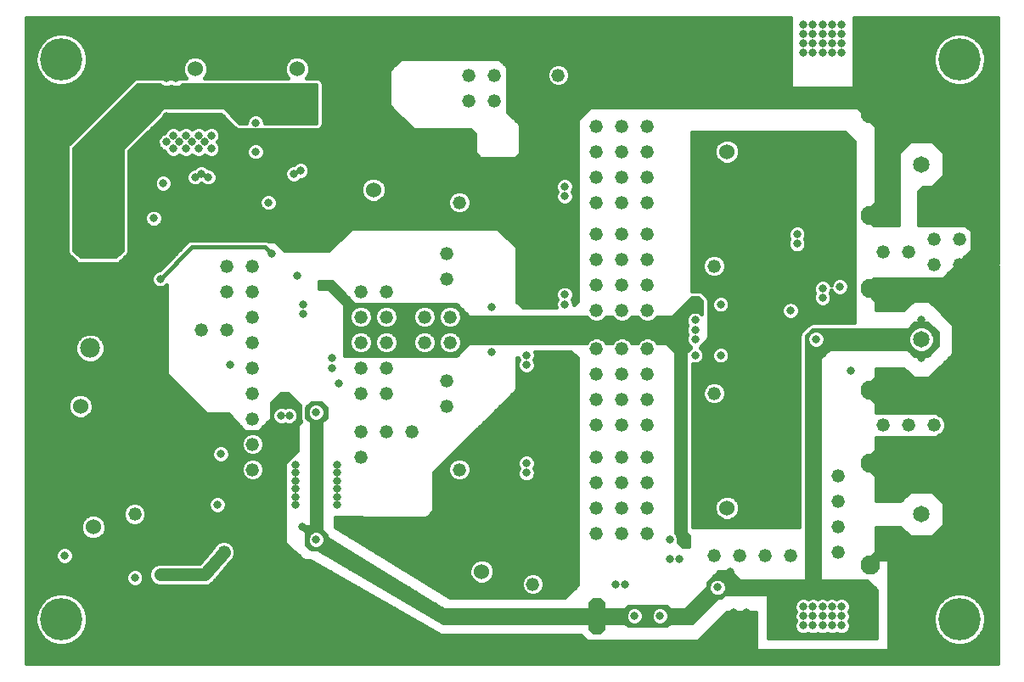
<source format=gbr>
G75*
%MOIN*%
%OFA0B0*%
%FSLAX24Y24*%
%IPPOS*%
%LPD*%
%AMOC8*
5,1,8,0,0,1.08239X$1,22.5*
%
%ADD10C,0.0520*%
%ADD11C,0.0600*%
%ADD12C,0.0780*%
%ADD13C,0.0650*%
%ADD14C,0.0768*%
%ADD15C,0.1660*%
%ADD16C,0.0317*%
%ADD17C,0.0160*%
%ADD18C,0.0240*%
%ADD19C,0.0500*%
D10*
X009205Y005572D03*
X010205Y005572D03*
X006705Y007072D03*
X005705Y007072D03*
X010330Y008822D03*
X011330Y008822D03*
X010330Y009822D03*
X010330Y010822D03*
X010330Y011822D03*
X010330Y012822D03*
X010330Y013822D03*
X009330Y014322D03*
X008330Y014322D03*
X010330Y014822D03*
X010330Y015822D03*
X009330Y015822D03*
X009330Y016822D03*
X010330Y016822D03*
X014580Y015822D03*
X015580Y015822D03*
X015580Y014822D03*
X014580Y014822D03*
X014580Y013822D03*
X015580Y013822D03*
X015580Y012822D03*
X014580Y012822D03*
X014580Y011822D03*
X015580Y011822D03*
X015580Y010322D03*
X014580Y010322D03*
X014580Y009322D03*
X016580Y010322D03*
X017955Y011322D03*
X017955Y012322D03*
X018080Y013822D03*
X017080Y013822D03*
X017080Y014822D03*
X018080Y014822D03*
X017955Y016322D03*
X017955Y017322D03*
X018455Y019322D03*
X018455Y020322D03*
X018830Y023322D03*
X019830Y023322D03*
X019830Y024322D03*
X018830Y024322D03*
X021330Y024322D03*
X022330Y024322D03*
X023830Y022322D03*
X024830Y022322D03*
X025830Y022322D03*
X025830Y021322D03*
X025830Y020322D03*
X025830Y019322D03*
X024830Y019322D03*
X023830Y019322D03*
X023830Y020322D03*
X024830Y020322D03*
X024830Y021322D03*
X023830Y021322D03*
X023830Y018072D03*
X024830Y018072D03*
X025830Y018072D03*
X025830Y017072D03*
X025830Y016072D03*
X025830Y015072D03*
X024830Y015072D03*
X023830Y015072D03*
X023830Y016072D03*
X024830Y016072D03*
X024830Y017072D03*
X023830Y017072D03*
X023830Y013572D03*
X024830Y013572D03*
X025830Y013572D03*
X025830Y012572D03*
X025830Y011572D03*
X025830Y010572D03*
X024830Y010572D03*
X023830Y010572D03*
X023830Y011572D03*
X024830Y011572D03*
X024830Y012572D03*
X023830Y012572D03*
X023830Y009322D03*
X024830Y009322D03*
X025830Y009322D03*
X025830Y008322D03*
X025830Y007322D03*
X025830Y006322D03*
X024830Y006322D03*
X023830Y006322D03*
X023830Y007322D03*
X024830Y007322D03*
X024830Y008322D03*
X023830Y008322D03*
X028455Y005447D03*
X029455Y005447D03*
X030455Y005447D03*
X031455Y005447D03*
X033330Y005572D03*
X033330Y006572D03*
X033330Y007572D03*
X033330Y008572D03*
X035080Y010572D03*
X036080Y010572D03*
X037080Y010572D03*
X038080Y010572D03*
X038080Y016885D03*
X037080Y016885D03*
X037080Y017885D03*
X038080Y017885D03*
X036080Y017385D03*
X035080Y017385D03*
X029455Y016822D03*
X028455Y016822D03*
X028455Y011822D03*
X029455Y011822D03*
X022330Y004322D03*
X021330Y004322D03*
X018455Y007822D03*
X018455Y008822D03*
D11*
X019330Y004822D03*
X017330Y004822D03*
X028955Y007322D03*
X028955Y009322D03*
X028955Y019322D03*
X028955Y021322D03*
X015080Y021822D03*
X015080Y019822D03*
X012080Y024572D03*
X010080Y024572D03*
X008080Y024572D03*
X004580Y020822D03*
X002580Y020822D03*
X003580Y011322D03*
X003580Y009322D03*
X004080Y007572D03*
X004080Y006572D03*
D12*
X003955Y013602D03*
X003955Y015572D03*
X003955Y017542D03*
D13*
X036580Y020822D03*
X036580Y013947D03*
X036580Y007072D03*
D14*
X034580Y005072D03*
X038580Y005072D03*
X038580Y009072D03*
X038580Y011947D03*
X034580Y011947D03*
X034580Y009072D03*
X034580Y015947D03*
X034580Y018822D03*
X038580Y018822D03*
X038580Y015947D03*
X038580Y022822D03*
X034580Y022822D03*
D15*
X038080Y024947D03*
X038080Y002947D03*
X002830Y002947D03*
X002830Y024947D03*
D16*
X006955Y024572D03*
X006955Y024197D03*
X007330Y024197D03*
X007330Y024572D03*
X006955Y022697D03*
X007205Y021947D03*
X006955Y021697D03*
X007205Y021447D03*
X007455Y021697D03*
X007705Y021447D03*
X007955Y021697D03*
X008205Y021447D03*
X008455Y021697D03*
X008705Y021447D03*
X008705Y021947D03*
X008205Y021947D03*
X007705Y021947D03*
X006705Y020697D03*
X006830Y020072D03*
X007580Y019322D03*
X007330Y019072D03*
X007830Y019072D03*
X008080Y019322D03*
X008330Y019072D03*
X008580Y019322D03*
X008580Y020322D03*
X008330Y020447D03*
X008080Y020322D03*
X009830Y019697D03*
X010080Y019197D03*
X010330Y018947D03*
X010080Y018697D03*
X010955Y019322D03*
X011955Y020447D03*
X012205Y020572D03*
X012080Y021447D03*
X011830Y021697D03*
X011580Y021447D03*
X011330Y021697D03*
X011080Y021447D03*
X010455Y021322D03*
X009705Y021322D03*
X009705Y021697D03*
X009705Y022072D03*
X010455Y022447D03*
X011080Y021947D03*
X011580Y021947D03*
X012080Y021947D03*
X012330Y021697D03*
X012580Y021447D03*
X012830Y021697D03*
X012580Y021947D03*
X013580Y021697D03*
X013830Y021447D03*
X014080Y021697D03*
X013830Y021947D03*
X011955Y023135D03*
X011768Y022947D03*
X011580Y023135D03*
X006455Y018697D03*
X006080Y017697D03*
X006705Y016322D03*
X011080Y017322D03*
X011830Y017572D03*
X012080Y017822D03*
X012330Y017572D03*
X012580Y017822D03*
X012830Y017572D03*
X013080Y017822D03*
X012080Y016447D03*
X013080Y016072D03*
X012330Y015322D03*
X012330Y014947D03*
X013455Y013197D03*
X013455Y012822D03*
X013705Y012197D03*
X012830Y011072D03*
X011768Y010947D03*
X011455Y010947D03*
X011580Y011697D03*
X009455Y012947D03*
X007830Y011072D03*
X009080Y010572D03*
X009080Y009447D03*
X010830Y009447D03*
X011143Y009447D03*
X012018Y009010D03*
X012018Y008697D03*
X012018Y008385D03*
X012018Y008072D03*
X012018Y007760D03*
X012018Y007447D03*
X011330Y007322D03*
X010830Y007322D03*
X012268Y006572D03*
X012830Y006072D03*
X013830Y006572D03*
X014205Y006322D03*
X013643Y007447D03*
X013643Y007760D03*
X013643Y008072D03*
X013643Y008385D03*
X013643Y008697D03*
X013643Y009010D03*
X008955Y007447D03*
X006705Y004697D03*
X005705Y004572D03*
X002955Y005447D03*
X012705Y005010D03*
X013080Y004760D03*
X016955Y002197D03*
X017330Y001947D03*
X017705Y001822D03*
X018080Y001822D03*
X018330Y004072D03*
X018705Y004072D03*
X017955Y004197D03*
X022205Y001822D03*
X022580Y001822D03*
X022955Y001822D03*
X023330Y001822D03*
X023830Y002572D03*
X023830Y003572D03*
X022955Y004197D03*
X022955Y004697D03*
X024580Y004322D03*
X024955Y004322D03*
X025330Y003072D03*
X026330Y003072D03*
X027955Y001947D03*
X028205Y001697D03*
X027955Y001447D03*
X028455Y001447D03*
X028705Y001697D03*
X028955Y001447D03*
X029205Y001697D03*
X029455Y001447D03*
X029705Y001697D03*
X029955Y001447D03*
X029955Y001947D03*
X029705Y002197D03*
X029455Y001947D03*
X029205Y002197D03*
X028955Y001947D03*
X028705Y002197D03*
X028455Y001947D03*
X028205Y002197D03*
X028455Y002447D03*
X028705Y002697D03*
X028955Y002447D03*
X029205Y002697D03*
X029455Y002447D03*
X029705Y002697D03*
X029955Y002447D03*
X029955Y002947D03*
X029705Y003197D03*
X029455Y002947D03*
X029205Y003197D03*
X028955Y002947D03*
X028580Y004197D03*
X029080Y004822D03*
X027080Y005322D03*
X026705Y005322D03*
X027330Y005947D03*
X026705Y006072D03*
X022580Y006572D03*
X022580Y006947D03*
X021080Y008697D03*
X021080Y009072D03*
X022580Y010822D03*
X022580Y011197D03*
X021080Y012947D03*
X021080Y013322D03*
X019705Y013447D03*
X019705Y015197D03*
X022580Y015322D03*
X022580Y015697D03*
X021080Y017447D03*
X021080Y017822D03*
X022580Y019572D03*
X022580Y019947D03*
X021080Y021697D03*
X021080Y022072D03*
X021955Y023197D03*
X021705Y023447D03*
X021455Y023697D03*
X022330Y023322D03*
X027955Y024572D03*
X028205Y024322D03*
X028455Y024572D03*
X028705Y024322D03*
X028955Y024572D03*
X029205Y024322D03*
X029455Y024572D03*
X029705Y024322D03*
X029955Y024572D03*
X030205Y024322D03*
X030455Y024572D03*
X030705Y024322D03*
X030705Y024822D03*
X030455Y025072D03*
X030205Y024822D03*
X029955Y025072D03*
X029705Y024822D03*
X029455Y025072D03*
X029205Y024822D03*
X028955Y025072D03*
X028705Y024822D03*
X028455Y025072D03*
X028205Y024822D03*
X027955Y025072D03*
X028205Y025322D03*
X027955Y025572D03*
X028205Y025822D03*
X028455Y025572D03*
X028705Y025322D03*
X028955Y025572D03*
X029205Y025322D03*
X029455Y025572D03*
X029705Y025322D03*
X029955Y025572D03*
X030205Y025322D03*
X030455Y025572D03*
X030705Y025322D03*
X030705Y025822D03*
X030455Y026072D03*
X030205Y025822D03*
X029955Y026072D03*
X029705Y025822D03*
X029455Y026072D03*
X029205Y025822D03*
X028955Y026072D03*
X028705Y025822D03*
X028455Y026072D03*
X028205Y026322D03*
X027955Y026072D03*
X028705Y026322D03*
X029205Y026322D03*
X029705Y026322D03*
X030205Y026322D03*
X030705Y026322D03*
X031955Y026322D03*
X031955Y025947D03*
X031955Y025572D03*
X032330Y025572D03*
X032705Y025572D03*
X033080Y025572D03*
X033455Y025572D03*
X033455Y025947D03*
X033080Y025947D03*
X032705Y025947D03*
X032330Y025947D03*
X032330Y026322D03*
X032705Y026322D03*
X033080Y026322D03*
X033455Y026322D03*
X034705Y026322D03*
X034955Y026072D03*
X034705Y025822D03*
X034955Y025572D03*
X034705Y025322D03*
X034955Y025072D03*
X034705Y024822D03*
X034955Y024572D03*
X034705Y024322D03*
X035205Y024322D03*
X035455Y024572D03*
X035705Y024322D03*
X035955Y024572D03*
X035705Y024822D03*
X035455Y025072D03*
X035205Y024822D03*
X035205Y025322D03*
X035455Y025572D03*
X035705Y025322D03*
X035955Y025072D03*
X035955Y025572D03*
X035705Y025822D03*
X035455Y026072D03*
X035205Y025822D03*
X035205Y026322D03*
X035705Y026322D03*
X035955Y026072D03*
X033455Y025197D03*
X033080Y025197D03*
X032705Y025197D03*
X032330Y025197D03*
X031955Y025197D03*
X032893Y020322D03*
X033893Y020322D03*
X031705Y018072D03*
X031705Y017697D03*
X031705Y017072D03*
X031455Y016822D03*
X031205Y016572D03*
X031705Y016572D03*
X032205Y016572D03*
X032455Y016822D03*
X032705Y016572D03*
X032705Y017072D03*
X032205Y017072D03*
X031205Y017072D03*
X032705Y015947D03*
X032705Y015572D03*
X033393Y016010D03*
X031455Y015072D03*
X030705Y014947D03*
X030705Y014572D03*
X030705Y015322D03*
X028705Y015322D03*
X027705Y015322D03*
X027705Y014697D03*
X027705Y014322D03*
X027705Y013947D03*
X027705Y013322D03*
X028705Y013322D03*
X032455Y013947D03*
X033830Y012697D03*
X036580Y013197D03*
X036580Y014697D03*
X035955Y003447D03*
X035705Y003197D03*
X035455Y002947D03*
X035705Y002697D03*
X035455Y002447D03*
X035705Y002197D03*
X035455Y001947D03*
X035705Y001697D03*
X035455Y001447D03*
X035955Y001447D03*
X035955Y001947D03*
X035955Y002447D03*
X035955Y002947D03*
X035455Y003447D03*
X034580Y003447D03*
X034330Y003197D03*
X034080Y002947D03*
X034330Y002697D03*
X034080Y002447D03*
X033455Y002697D03*
X033080Y002697D03*
X032705Y002697D03*
X032330Y002697D03*
X031955Y002697D03*
X031330Y002447D03*
X031080Y002697D03*
X030830Y002447D03*
X030830Y002947D03*
X031080Y003197D03*
X031330Y002947D03*
X031955Y003072D03*
X032330Y003072D03*
X032705Y003072D03*
X033080Y003072D03*
X033455Y003072D03*
X033455Y003447D03*
X033080Y003447D03*
X032705Y003447D03*
X032330Y003447D03*
X031955Y003447D03*
X031330Y003447D03*
X030830Y003447D03*
X034080Y003447D03*
X034580Y002947D03*
X034580Y002447D03*
D17*
X001455Y001197D02*
X001455Y026572D01*
X031455Y026572D01*
X031455Y023822D01*
X033955Y023822D01*
X033955Y026572D01*
X039580Y026572D01*
X039580Y016947D01*
X038080Y016947D01*
X038580Y017447D01*
X038580Y018197D01*
X038330Y018447D01*
X036490Y018447D01*
X036490Y019756D01*
X036646Y019912D01*
X037021Y019912D01*
X037115Y020006D01*
X037115Y020006D01*
X037396Y020287D01*
X037396Y020287D01*
X037490Y020381D01*
X037490Y021264D01*
X037115Y021639D01*
X037021Y021732D01*
X036139Y021732D01*
X035764Y021357D01*
X035670Y021264D01*
X035670Y018447D01*
X034705Y018447D01*
X034580Y018572D01*
X034580Y019072D01*
X034830Y019322D01*
X034830Y022322D01*
X034080Y023072D01*
X023580Y023072D01*
X023080Y022572D01*
X023080Y015447D01*
X022939Y015306D01*
X022939Y015394D01*
X022891Y015510D01*
X022939Y015626D01*
X022939Y015769D01*
X022884Y015901D01*
X022783Y016002D01*
X022651Y016056D01*
X022509Y016056D01*
X022377Y016002D01*
X022276Y015901D01*
X022221Y015769D01*
X022221Y015626D01*
X022269Y015510D01*
X022221Y015394D01*
X022221Y015251D01*
X022243Y015197D01*
X020955Y015197D01*
X020705Y015447D01*
X020705Y017572D01*
X019955Y018322D01*
X014205Y018322D01*
X013330Y017447D01*
X011580Y017447D01*
X011205Y017822D01*
X010958Y017822D01*
X010886Y017852D01*
X007899Y017852D01*
X007796Y017810D01*
X007718Y017731D01*
X006668Y016681D01*
X006634Y016681D01*
X006502Y016627D01*
X006401Y016526D01*
X006346Y016394D01*
X006346Y016251D01*
X006401Y016119D01*
X006502Y016018D01*
X006634Y015964D01*
X006776Y015964D01*
X006908Y016018D01*
X006955Y016065D01*
X006955Y012572D01*
X008518Y011010D01*
X009393Y011010D01*
X009893Y010447D01*
X010018Y010322D01*
X010580Y010322D01*
X011080Y010822D01*
X011080Y011447D01*
X011455Y011822D01*
X011705Y011822D01*
X012186Y011342D01*
X012175Y011316D01*
X012175Y010829D01*
X012205Y010757D01*
X012205Y010697D01*
X012080Y010572D01*
X012080Y009572D01*
X011827Y009319D01*
X011814Y009314D01*
X011713Y009213D01*
X011708Y009201D01*
X011580Y009072D01*
X011580Y005947D01*
X012330Y005260D01*
X012580Y005260D01*
X017705Y002322D01*
X023205Y002322D01*
X023455Y002072D01*
X027830Y002072D01*
X028955Y003197D01*
X030080Y003197D01*
X030080Y001697D01*
X035330Y001697D01*
X035330Y005322D01*
X034580Y005322D01*
X034830Y005572D01*
X034830Y006537D01*
X035764Y006537D01*
X036139Y006162D01*
X037021Y006162D01*
X037396Y006537D01*
X037490Y006631D01*
X037490Y007514D01*
X037115Y007889D01*
X037021Y007982D01*
X036139Y007982D01*
X035764Y007607D01*
X034830Y007607D01*
X034830Y008572D01*
X034580Y008822D01*
X034580Y009322D01*
X034830Y009572D01*
X034830Y010072D01*
X037205Y010072D01*
X037297Y010164D01*
X037341Y010182D01*
X037470Y010312D01*
X037540Y010481D01*
X037540Y010664D01*
X037470Y010833D01*
X037341Y010962D01*
X037297Y010980D01*
X037205Y011072D01*
X034830Y011072D01*
X034830Y011447D01*
X034580Y011697D01*
X034580Y012197D01*
X034830Y012447D01*
X034830Y012787D01*
X035889Y012787D01*
X036045Y012631D01*
X036170Y012506D01*
X036264Y012412D01*
X036896Y012412D01*
X037771Y013287D01*
X037865Y013381D01*
X037865Y014514D01*
X037115Y015264D01*
X036990Y015389D01*
X036896Y015482D01*
X036264Y015482D01*
X035889Y015107D01*
X034830Y015107D01*
X034830Y015447D01*
X034580Y015697D01*
X034580Y016197D01*
X034705Y016322D01*
X037455Y016322D01*
X037955Y016822D01*
X039580Y016822D01*
X039580Y001197D01*
X001455Y001197D01*
X001455Y001314D02*
X039580Y001314D01*
X039580Y001473D02*
X001455Y001473D01*
X001455Y001631D02*
X039580Y001631D01*
X039580Y001790D02*
X035330Y001790D01*
X035330Y001948D02*
X037829Y001948D01*
X037944Y001918D02*
X037682Y001988D01*
X037448Y002123D01*
X037256Y002315D01*
X037120Y002550D01*
X037050Y002812D01*
X037050Y003083D01*
X037120Y003345D01*
X037256Y003580D01*
X037448Y003772D01*
X037682Y003907D01*
X037944Y003977D01*
X038216Y003977D01*
X038478Y003907D01*
X038712Y003772D01*
X038904Y003580D01*
X039040Y003345D01*
X039110Y003083D01*
X039110Y002812D01*
X039040Y002550D01*
X038904Y002315D01*
X038712Y002123D01*
X038478Y001988D01*
X038216Y001918D01*
X037944Y001918D01*
X038331Y001948D02*
X039580Y001948D01*
X039580Y002107D02*
X038684Y002107D01*
X038855Y002265D02*
X039580Y002265D01*
X039580Y002424D02*
X038967Y002424D01*
X039048Y002582D02*
X039580Y002582D01*
X039580Y002741D02*
X039091Y002741D01*
X039110Y002899D02*
X039580Y002899D01*
X039580Y003058D02*
X039110Y003058D01*
X039074Y003216D02*
X039580Y003216D01*
X039580Y003375D02*
X039022Y003375D01*
X038931Y003533D02*
X039580Y003533D01*
X039580Y003692D02*
X038792Y003692D01*
X038576Y003850D02*
X039580Y003850D01*
X039580Y004009D02*
X035330Y004009D01*
X035330Y004167D02*
X039580Y004167D01*
X039580Y004326D02*
X035330Y004326D01*
X035330Y004484D02*
X039580Y004484D01*
X039580Y004643D02*
X035330Y004643D01*
X035330Y004801D02*
X039580Y004801D01*
X039580Y004960D02*
X035330Y004960D01*
X035330Y005118D02*
X039580Y005118D01*
X039580Y005277D02*
X035330Y005277D01*
X034830Y005594D02*
X039580Y005594D01*
X039580Y005752D02*
X034830Y005752D01*
X034830Y005911D02*
X039580Y005911D01*
X039580Y006069D02*
X034830Y006069D01*
X034830Y006228D02*
X036073Y006228D01*
X035915Y006386D02*
X034830Y006386D01*
X034693Y005435D02*
X039580Y005435D01*
X039580Y006228D02*
X037087Y006228D01*
X037245Y006386D02*
X039580Y006386D01*
X039580Y006545D02*
X037404Y006545D01*
X037490Y006703D02*
X039580Y006703D01*
X039580Y006862D02*
X037490Y006862D01*
X037490Y007020D02*
X039580Y007020D01*
X039580Y007179D02*
X037490Y007179D01*
X037490Y007337D02*
X039580Y007337D01*
X039580Y007496D02*
X037490Y007496D01*
X037349Y007654D02*
X039580Y007654D01*
X039580Y007813D02*
X037191Y007813D01*
X037032Y007971D02*
X039580Y007971D01*
X039580Y008130D02*
X034830Y008130D01*
X034830Y008288D02*
X039580Y008288D01*
X039580Y008447D02*
X034830Y008447D01*
X034797Y008605D02*
X039580Y008605D01*
X039580Y008764D02*
X034638Y008764D01*
X034580Y008922D02*
X039580Y008922D01*
X039580Y009081D02*
X034580Y009081D01*
X034580Y009239D02*
X039580Y009239D01*
X039580Y009398D02*
X034656Y009398D01*
X034814Y009556D02*
X039580Y009556D01*
X039580Y009715D02*
X034830Y009715D01*
X034830Y009873D02*
X039580Y009873D01*
X039580Y010032D02*
X034830Y010032D01*
X034830Y011141D02*
X039580Y011141D01*
X039580Y010983D02*
X037294Y010983D01*
X037474Y010824D02*
X039580Y010824D01*
X039580Y010666D02*
X037539Y010666D01*
X037540Y010507D02*
X039580Y010507D01*
X039580Y010349D02*
X037485Y010349D01*
X037349Y010190D02*
X039580Y010190D01*
X039580Y011300D02*
X034830Y011300D01*
X034819Y011458D02*
X039580Y011458D01*
X039580Y011617D02*
X034660Y011617D01*
X034580Y011775D02*
X039580Y011775D01*
X039580Y011934D02*
X034580Y011934D01*
X034580Y012092D02*
X039580Y012092D01*
X039580Y012251D02*
X034634Y012251D01*
X034792Y012409D02*
X039580Y012409D01*
X039580Y012568D02*
X037052Y012568D01*
X037210Y012726D02*
X039580Y012726D01*
X039580Y012885D02*
X037369Y012885D01*
X037527Y013043D02*
X039580Y013043D01*
X039580Y013202D02*
X037686Y013202D01*
X037844Y013360D02*
X039580Y013360D01*
X039580Y013519D02*
X037865Y013519D01*
X037865Y013677D02*
X039580Y013677D01*
X039580Y013836D02*
X037865Y013836D01*
X037865Y013994D02*
X039580Y013994D01*
X039580Y014153D02*
X037865Y014153D01*
X037865Y014311D02*
X039580Y014311D01*
X039580Y014470D02*
X037865Y014470D01*
X037750Y014628D02*
X039580Y014628D01*
X039580Y014787D02*
X037592Y014787D01*
X037433Y014945D02*
X039580Y014945D01*
X039580Y015104D02*
X037275Y015104D01*
X037116Y015262D02*
X039580Y015262D01*
X039580Y015421D02*
X036958Y015421D01*
X036202Y015421D02*
X034830Y015421D01*
X034830Y015262D02*
X036044Y015262D01*
X036330Y014572D02*
X036830Y014572D01*
X037205Y014197D01*
X037205Y013697D01*
X036830Y013322D01*
X036330Y013322D01*
X036080Y013572D01*
X032955Y013572D01*
X032580Y013197D01*
X032580Y004447D01*
X034455Y004447D01*
X034830Y004072D01*
X034830Y002197D01*
X030580Y002197D01*
X030580Y003947D01*
X028837Y003947D01*
X028884Y003994D01*
X028939Y004126D01*
X028939Y004269D01*
X028884Y004401D01*
X028783Y004502D01*
X028651Y004556D01*
X028509Y004556D01*
X028377Y004502D01*
X028276Y004401D01*
X028221Y004269D01*
X028221Y004126D01*
X028276Y003994D01*
X028377Y003893D01*
X028509Y003839D01*
X028651Y003839D01*
X028771Y003888D01*
X028705Y003822D01*
X028580Y003822D01*
X027580Y002822D01*
X026705Y002822D01*
X026580Y002697D01*
X025080Y002697D01*
X024955Y002822D01*
X024080Y002822D01*
X024080Y002572D01*
X023955Y002447D01*
X023705Y002447D01*
X023580Y002572D01*
X023580Y002822D01*
X017830Y002822D01*
X012893Y005697D01*
X012643Y005697D01*
X012455Y005885D01*
X012455Y006385D01*
X012268Y006572D01*
X012643Y006572D01*
X012643Y010697D01*
X012455Y010885D01*
X012455Y011260D01*
X012643Y011447D01*
X013018Y011447D01*
X013205Y011260D01*
X013205Y010885D01*
X013018Y010697D01*
X013018Y006447D01*
X013205Y006260D01*
X013205Y006135D01*
X017830Y003322D01*
X023580Y003322D01*
X023580Y003572D01*
X023705Y003697D01*
X023955Y003697D01*
X024080Y003572D01*
X024080Y003322D01*
X024955Y003322D01*
X025080Y003447D01*
X026580Y003447D01*
X026705Y003322D01*
X027330Y003322D01*
X028205Y004197D01*
X028205Y004385D01*
X028643Y004822D01*
X029080Y004822D01*
X029455Y004447D01*
X032080Y004447D01*
X032080Y014072D01*
X032146Y014138D01*
X032096Y014019D01*
X032096Y013876D01*
X032151Y013744D01*
X032252Y013643D01*
X032384Y013589D01*
X032526Y013589D01*
X032658Y013643D01*
X032759Y013744D01*
X032814Y013876D01*
X032814Y014019D01*
X032759Y014151D01*
X032658Y014252D01*
X032526Y014306D01*
X032384Y014306D01*
X032264Y014257D01*
X032330Y014322D01*
X036080Y014322D01*
X036330Y014572D01*
X036228Y014470D02*
X036470Y014470D01*
X036476Y014472D02*
X036283Y014392D01*
X036135Y014245D01*
X036055Y014052D01*
X036055Y013843D01*
X036135Y013650D01*
X036283Y013503D01*
X036476Y013423D01*
X036684Y013423D01*
X036877Y013503D01*
X037025Y013650D01*
X037105Y013843D01*
X037105Y014052D01*
X037025Y014245D01*
X036877Y014392D01*
X036684Y014472D01*
X036476Y014472D01*
X036690Y014470D02*
X036932Y014470D01*
X036958Y014311D02*
X037091Y014311D01*
X037063Y014153D02*
X037205Y014153D01*
X037205Y013994D02*
X037105Y013994D01*
X037102Y013836D02*
X037205Y013836D01*
X037185Y013677D02*
X037036Y013677D01*
X037027Y013519D02*
X036894Y013519D01*
X036868Y013360D02*
X036292Y013360D01*
X036266Y013519D02*
X036133Y013519D01*
X036124Y013677D02*
X032692Y013677D01*
X032797Y013836D02*
X036058Y013836D01*
X036055Y013994D02*
X032814Y013994D01*
X032757Y014153D02*
X036097Y014153D01*
X036202Y014311D02*
X032319Y014311D01*
X032093Y014481D02*
X031921Y014310D01*
X031843Y014231D01*
X031800Y014128D01*
X031800Y006572D01*
X027610Y006572D01*
X027610Y012973D01*
X027634Y012964D01*
X027776Y012964D01*
X027908Y013018D01*
X028009Y013119D01*
X028064Y013251D01*
X028064Y013394D01*
X028009Y013526D01*
X027908Y013627D01*
X027906Y013627D01*
X028114Y013835D01*
X028192Y013914D01*
X028235Y014017D01*
X028235Y015503D01*
X028192Y015606D01*
X028067Y015731D01*
X027989Y015810D01*
X027886Y015852D01*
X027580Y015852D01*
X027580Y022072D01*
X033580Y022072D01*
X033955Y021697D01*
X033955Y014602D01*
X032274Y014602D01*
X032171Y014560D01*
X032093Y014481D01*
X032082Y014470D02*
X028235Y014470D01*
X028235Y014628D02*
X033955Y014628D01*
X033955Y014787D02*
X031677Y014787D01*
X031658Y014768D02*
X031759Y014869D01*
X031814Y015001D01*
X031814Y015144D01*
X031759Y015276D01*
X031658Y015377D01*
X031526Y015431D01*
X031384Y015431D01*
X031252Y015377D01*
X031151Y015276D01*
X031096Y015144D01*
X031096Y015001D01*
X031151Y014869D01*
X031252Y014768D01*
X031384Y014714D01*
X031526Y014714D01*
X031658Y014768D01*
X031791Y014945D02*
X033955Y014945D01*
X033955Y015104D02*
X031814Y015104D01*
X031765Y015262D02*
X032516Y015262D01*
X032502Y015268D02*
X032634Y015214D01*
X032776Y015214D01*
X032908Y015268D01*
X033009Y015369D01*
X033064Y015501D01*
X033064Y015644D01*
X033016Y015760D01*
X033062Y015871D01*
X033088Y015807D01*
X033189Y015706D01*
X033321Y015651D01*
X033464Y015651D01*
X033596Y015706D01*
X033697Y015807D01*
X033751Y015939D01*
X033751Y016081D01*
X033697Y016213D01*
X033596Y016314D01*
X033464Y016369D01*
X033321Y016369D01*
X033189Y016314D01*
X033088Y016213D01*
X033036Y016086D01*
X033009Y016151D01*
X032908Y016252D01*
X032776Y016306D01*
X032634Y016306D01*
X032502Y016252D01*
X032401Y016151D01*
X032346Y016019D01*
X032346Y015876D01*
X032394Y015760D01*
X032346Y015644D01*
X032346Y015501D01*
X032401Y015369D01*
X032502Y015268D01*
X032379Y015421D02*
X031551Y015421D01*
X031359Y015421D02*
X029052Y015421D01*
X029064Y015394D02*
X029009Y015526D01*
X028908Y015627D01*
X028776Y015681D01*
X028634Y015681D01*
X028502Y015627D01*
X028401Y015526D01*
X028346Y015394D01*
X028346Y015251D01*
X028401Y015119D01*
X028502Y015018D01*
X028634Y014964D01*
X028776Y014964D01*
X028908Y015018D01*
X029009Y015119D01*
X029064Y015251D01*
X029064Y015394D01*
X029064Y015262D02*
X031145Y015262D01*
X031096Y015104D02*
X028994Y015104D01*
X028955Y015579D02*
X032346Y015579D01*
X032385Y015738D02*
X028060Y015738D01*
X028203Y015579D02*
X028455Y015579D01*
X028358Y015421D02*
X028235Y015421D01*
X028235Y015262D02*
X028346Y015262D01*
X028416Y015104D02*
X028235Y015104D01*
X028235Y014945D02*
X031119Y014945D01*
X031233Y014787D02*
X028235Y014787D01*
X027955Y014955D02*
X027908Y015002D01*
X027776Y015056D01*
X027634Y015056D01*
X027502Y015002D01*
X027401Y014901D01*
X027346Y014769D01*
X027346Y014626D01*
X027394Y014510D01*
X027346Y014394D01*
X027346Y014251D01*
X027394Y014135D01*
X027346Y014019D01*
X027346Y013876D01*
X027401Y013744D01*
X027502Y013643D01*
X027519Y013636D01*
X027514Y013632D01*
X027502Y013627D01*
X027401Y013526D01*
X027396Y013513D01*
X027330Y013447D01*
X027330Y006322D01*
X027455Y006197D01*
X027455Y005822D01*
X027205Y005822D01*
X027053Y005975D01*
X027064Y006001D01*
X027064Y006144D01*
X027009Y006276D01*
X026955Y006330D01*
X026955Y013447D01*
X026580Y013822D01*
X026224Y013822D01*
X026220Y013833D01*
X026091Y013962D01*
X025921Y014032D01*
X025738Y014032D01*
X025569Y013962D01*
X025440Y013833D01*
X025436Y013822D01*
X025224Y013822D01*
X025220Y013833D01*
X025091Y013962D01*
X024921Y014032D01*
X024738Y014032D01*
X024569Y013962D01*
X024440Y013833D01*
X024436Y013822D01*
X024224Y013822D01*
X024220Y013833D01*
X024091Y013962D01*
X023921Y014032D01*
X023738Y014032D01*
X023569Y013962D01*
X023440Y013833D01*
X023436Y013822D01*
X018830Y013822D01*
X018330Y013322D01*
X013955Y013322D01*
X013955Y015322D01*
X013330Y015947D01*
X012955Y015947D01*
X012955Y016197D01*
X013455Y016197D01*
X014330Y015322D01*
X018330Y015322D01*
X018830Y014822D01*
X023436Y014822D01*
X023440Y014812D01*
X023569Y014682D01*
X023738Y014612D01*
X023921Y014612D01*
X024091Y014682D01*
X024220Y014812D01*
X024224Y014822D01*
X024436Y014822D01*
X024440Y014812D01*
X024569Y014682D01*
X024738Y014612D01*
X024921Y014612D01*
X025091Y014682D01*
X025220Y014812D01*
X025224Y014822D01*
X025436Y014822D01*
X025440Y014812D01*
X025569Y014682D01*
X025738Y014612D01*
X025921Y014612D01*
X026091Y014682D01*
X026220Y014812D01*
X026224Y014822D01*
X026830Y014822D01*
X027580Y015572D01*
X027830Y015572D01*
X027955Y015447D01*
X027955Y014955D01*
X027955Y015104D02*
X027112Y015104D01*
X027270Y015262D02*
X027955Y015262D01*
X027955Y015421D02*
X027429Y015421D01*
X027580Y015896D02*
X032346Y015896D01*
X032361Y016055D02*
X027580Y016055D01*
X027580Y016213D02*
X032464Y016213D01*
X032946Y016213D02*
X033089Y016213D01*
X033025Y015738D02*
X033157Y015738D01*
X033064Y015579D02*
X033955Y015579D01*
X033955Y015421D02*
X033031Y015421D01*
X032894Y015262D02*
X033955Y015262D01*
X033955Y015738D02*
X033628Y015738D01*
X033734Y015896D02*
X033955Y015896D01*
X033955Y016055D02*
X033751Y016055D01*
X033696Y016213D02*
X033955Y016213D01*
X033955Y016372D02*
X028570Y016372D01*
X028546Y016362D02*
X028716Y016432D01*
X028845Y016562D01*
X028915Y016731D01*
X028915Y016914D01*
X028845Y017083D01*
X028716Y017212D01*
X028546Y017282D01*
X028363Y017282D01*
X028194Y017212D01*
X028065Y017083D01*
X027995Y016914D01*
X027995Y016731D01*
X028065Y016562D01*
X028194Y016432D01*
X028363Y016362D01*
X028546Y016362D01*
X028340Y016372D02*
X027580Y016372D01*
X027580Y016530D02*
X028096Y016530D01*
X028012Y016689D02*
X027580Y016689D01*
X027580Y016847D02*
X027995Y016847D01*
X028033Y017006D02*
X027580Y017006D01*
X027580Y017164D02*
X028146Y017164D01*
X027580Y017323D02*
X033955Y017323D01*
X033955Y017481D02*
X031996Y017481D01*
X032009Y017494D02*
X032064Y017626D01*
X032064Y017769D01*
X032016Y017885D01*
X032064Y018001D01*
X032064Y018144D01*
X032009Y018276D01*
X031908Y018377D01*
X031776Y018431D01*
X031634Y018431D01*
X031502Y018377D01*
X031401Y018276D01*
X031346Y018144D01*
X031346Y018001D01*
X031394Y017885D01*
X031346Y017769D01*
X031346Y017626D01*
X031401Y017494D01*
X031502Y017393D01*
X031634Y017339D01*
X031776Y017339D01*
X031908Y017393D01*
X032009Y017494D01*
X032064Y017640D02*
X033955Y017640D01*
X033955Y017798D02*
X032051Y017798D01*
X032045Y017957D02*
X033955Y017957D01*
X033955Y018115D02*
X032064Y018115D01*
X032010Y018274D02*
X033955Y018274D01*
X033955Y018432D02*
X027580Y018432D01*
X027580Y018274D02*
X031400Y018274D01*
X031346Y018115D02*
X027580Y018115D01*
X027580Y017957D02*
X031365Y017957D01*
X031359Y017798D02*
X027580Y017798D01*
X027580Y017640D02*
X031346Y017640D01*
X031414Y017481D02*
X027580Y017481D01*
X027580Y018591D02*
X033955Y018591D01*
X033955Y018749D02*
X027580Y018749D01*
X027580Y018908D02*
X033955Y018908D01*
X033955Y019066D02*
X027580Y019066D01*
X027580Y019225D02*
X033955Y019225D01*
X033955Y019383D02*
X027580Y019383D01*
X027580Y019542D02*
X033955Y019542D01*
X033955Y019700D02*
X027580Y019700D01*
X027580Y019859D02*
X033955Y019859D01*
X033955Y020017D02*
X027580Y020017D01*
X027580Y020176D02*
X033955Y020176D01*
X033955Y020334D02*
X027580Y020334D01*
X027580Y020493D02*
X033955Y020493D01*
X033955Y020651D02*
X027580Y020651D01*
X027580Y020810D02*
X033955Y020810D01*
X033955Y020968D02*
X029308Y020968D01*
X029238Y020899D02*
X029379Y021039D01*
X029455Y021223D01*
X029455Y021422D01*
X029379Y021606D01*
X029238Y021746D01*
X029054Y021822D01*
X028856Y021822D01*
X028672Y021746D01*
X028531Y021606D01*
X028455Y021422D01*
X028455Y021223D01*
X028531Y021039D01*
X028672Y020899D01*
X028856Y020822D01*
X029054Y020822D01*
X029238Y020899D01*
X029415Y021127D02*
X033955Y021127D01*
X033955Y021285D02*
X029455Y021285D01*
X029446Y021444D02*
X033955Y021444D01*
X033955Y021602D02*
X029380Y021602D01*
X029203Y021761D02*
X033891Y021761D01*
X033733Y021919D02*
X027580Y021919D01*
X027580Y021761D02*
X028707Y021761D01*
X028530Y021602D02*
X027580Y021602D01*
X027580Y021444D02*
X028464Y021444D01*
X028455Y021285D02*
X027580Y021285D01*
X027580Y021127D02*
X028495Y021127D01*
X028602Y020968D02*
X027580Y020968D01*
X023537Y023029D02*
X020365Y023029D01*
X020365Y022889D02*
X020365Y024639D01*
X020271Y024732D01*
X020021Y024982D01*
X016139Y024982D01*
X016045Y024889D01*
X015764Y024607D01*
X015670Y024514D01*
X015670Y023131D01*
X015764Y023037D01*
X016639Y022162D01*
X018889Y022162D01*
X019045Y022006D01*
X019045Y021256D01*
X019139Y021162D01*
X019264Y021037D01*
X020646Y021037D01*
X020740Y021131D01*
X020865Y021256D01*
X020865Y022389D01*
X020771Y022482D01*
X020365Y022889D01*
X020383Y022870D02*
X023378Y022870D01*
X023220Y022712D02*
X020542Y022712D01*
X020700Y022553D02*
X023080Y022553D01*
X023080Y022395D02*
X020859Y022395D01*
X020865Y022236D02*
X023080Y022236D01*
X023080Y022078D02*
X020865Y022078D01*
X020865Y021919D02*
X023080Y021919D01*
X023080Y021761D02*
X020865Y021761D01*
X020865Y021602D02*
X023080Y021602D01*
X023080Y021444D02*
X020865Y021444D01*
X020865Y021285D02*
X023080Y021285D01*
X023080Y021127D02*
X020736Y021127D01*
X019174Y021127D02*
X010762Y021127D01*
X010759Y021119D02*
X010814Y021251D01*
X010814Y021394D01*
X010759Y021526D01*
X010658Y021627D01*
X010526Y021681D01*
X010384Y021681D01*
X010252Y021627D01*
X010151Y021526D01*
X010096Y021394D01*
X010096Y021251D01*
X010151Y021119D01*
X010252Y021018D01*
X010384Y020964D01*
X010526Y020964D01*
X010658Y021018D01*
X010759Y021119D01*
X010814Y021285D02*
X019045Y021285D01*
X019045Y021444D02*
X010793Y021444D01*
X010682Y021602D02*
X019045Y021602D01*
X019045Y021761D02*
X009016Y021761D01*
X009009Y021744D02*
X009064Y021876D01*
X009064Y022019D01*
X009009Y022151D01*
X008908Y022252D01*
X008776Y022306D01*
X008634Y022306D01*
X008502Y022252D01*
X008455Y022205D01*
X008408Y022252D01*
X008276Y022306D01*
X008134Y022306D01*
X008002Y022252D01*
X007955Y022205D01*
X007908Y022252D01*
X007776Y022306D01*
X007634Y022306D01*
X007502Y022252D01*
X007455Y022205D01*
X007408Y022252D01*
X007276Y022306D01*
X007134Y022306D01*
X007002Y022252D01*
X006901Y022151D01*
X006857Y022045D01*
X006752Y022002D01*
X006651Y021901D01*
X006596Y021769D01*
X006596Y021626D01*
X006651Y021494D01*
X006752Y021393D01*
X006857Y021350D01*
X006901Y021244D01*
X007002Y021143D01*
X007134Y021089D01*
X007276Y021089D01*
X007408Y021143D01*
X007455Y021190D01*
X007502Y021143D01*
X007634Y021089D01*
X007776Y021089D01*
X007908Y021143D01*
X007955Y021190D01*
X008002Y021143D01*
X008134Y021089D01*
X008276Y021089D01*
X008408Y021143D01*
X008455Y021190D01*
X008502Y021143D01*
X008634Y021089D01*
X008776Y021089D01*
X008908Y021143D01*
X009009Y021244D01*
X009064Y021376D01*
X009064Y021519D01*
X009009Y021651D01*
X008962Y021697D01*
X009009Y021744D01*
X009029Y021602D02*
X010228Y021602D01*
X010117Y021444D02*
X009064Y021444D01*
X009026Y021285D02*
X010096Y021285D01*
X010148Y021127D02*
X008869Y021127D01*
X008541Y021127D02*
X008369Y021127D01*
X008401Y020806D02*
X008259Y020806D01*
X008127Y020752D01*
X008056Y020681D01*
X008009Y020681D01*
X007877Y020627D01*
X007776Y020526D01*
X007721Y020394D01*
X007721Y020251D01*
X007776Y020119D01*
X007877Y020018D01*
X008009Y019964D01*
X008151Y019964D01*
X008283Y020018D01*
X008330Y020065D01*
X008377Y020018D01*
X008509Y019964D01*
X008651Y019964D01*
X008783Y020018D01*
X008884Y020119D01*
X008939Y020251D01*
X008939Y020394D01*
X008884Y020526D01*
X008783Y020627D01*
X008651Y020681D01*
X008604Y020681D01*
X008533Y020752D01*
X008401Y020806D01*
X008723Y020651D02*
X011652Y020651D01*
X011651Y020651D02*
X011596Y020519D01*
X011596Y020376D01*
X011651Y020244D01*
X011752Y020143D01*
X011884Y020089D01*
X012026Y020089D01*
X012158Y020143D01*
X012229Y020214D01*
X012276Y020214D01*
X012408Y020268D01*
X012509Y020369D01*
X012564Y020501D01*
X012564Y020644D01*
X012509Y020776D01*
X012408Y020877D01*
X012276Y020931D01*
X012134Y020931D01*
X012002Y020877D01*
X011931Y020806D01*
X011884Y020806D01*
X011752Y020752D01*
X011651Y020651D01*
X011596Y020493D02*
X008898Y020493D01*
X008939Y020334D02*
X011613Y020334D01*
X011719Y020176D02*
X008908Y020176D01*
X008781Y020017D02*
X014620Y020017D01*
X014656Y020106D02*
X014580Y019922D01*
X014580Y019723D01*
X014656Y019539D01*
X014797Y019399D01*
X014981Y019322D01*
X015179Y019322D01*
X015363Y019399D01*
X015504Y019539D01*
X015580Y019723D01*
X015580Y019922D01*
X015504Y020106D01*
X015363Y020246D01*
X015179Y020322D01*
X014981Y020322D01*
X014797Y020246D01*
X014656Y020106D01*
X014726Y020176D02*
X012191Y020176D01*
X012474Y020334D02*
X023080Y020334D01*
X023080Y020176D02*
X022859Y020176D01*
X022884Y020151D02*
X022783Y020252D01*
X022651Y020306D01*
X022509Y020306D01*
X022377Y020252D01*
X022276Y020151D01*
X022221Y020019D01*
X022221Y019876D01*
X022269Y019760D01*
X022221Y019644D01*
X022221Y019501D01*
X022276Y019369D01*
X022377Y019268D01*
X022509Y019214D01*
X022651Y019214D01*
X022783Y019268D01*
X022884Y019369D01*
X022939Y019501D01*
X022939Y019644D01*
X022891Y019760D01*
X022939Y019876D01*
X022939Y020019D01*
X022884Y020151D01*
X022939Y020017D02*
X023080Y020017D01*
X023080Y019859D02*
X022932Y019859D01*
X022915Y019700D02*
X023080Y019700D01*
X023080Y019542D02*
X022939Y019542D01*
X022890Y019383D02*
X023080Y019383D01*
X023080Y019225D02*
X022679Y019225D01*
X022481Y019225D02*
X018913Y019225D01*
X018915Y019231D02*
X018845Y019062D01*
X018716Y018932D01*
X018546Y018862D01*
X018363Y018862D01*
X018194Y018932D01*
X018065Y019062D01*
X017995Y019231D01*
X017995Y019414D01*
X018065Y019583D01*
X018194Y019712D01*
X018363Y019782D01*
X018546Y019782D01*
X018716Y019712D01*
X018845Y019583D01*
X018915Y019414D01*
X018915Y019231D01*
X018915Y019383D02*
X022270Y019383D01*
X022221Y019542D02*
X018862Y019542D01*
X018727Y019700D02*
X022245Y019700D01*
X022228Y019859D02*
X015580Y019859D01*
X015571Y019700D02*
X018183Y019700D01*
X018048Y019542D02*
X015505Y019542D01*
X015327Y019383D02*
X017995Y019383D01*
X017997Y019225D02*
X011303Y019225D01*
X011314Y019251D02*
X011259Y019119D01*
X011158Y019018D01*
X011026Y018964D01*
X010884Y018964D01*
X010752Y019018D01*
X010651Y019119D01*
X010596Y019251D01*
X010596Y019394D01*
X010651Y019526D01*
X010752Y019627D01*
X010884Y019681D01*
X011026Y019681D01*
X011158Y019627D01*
X011259Y019526D01*
X011314Y019394D01*
X011314Y019251D01*
X011314Y019383D02*
X014833Y019383D01*
X014655Y019542D02*
X011243Y019542D01*
X011206Y019066D02*
X018063Y019066D01*
X018254Y018908D02*
X006752Y018908D01*
X006759Y018901D02*
X006658Y019002D01*
X006526Y019056D01*
X006384Y019056D01*
X006252Y019002D01*
X006151Y018901D01*
X006096Y018769D01*
X006096Y018626D01*
X006151Y018494D01*
X006252Y018393D01*
X006384Y018339D01*
X006526Y018339D01*
X006658Y018393D01*
X006759Y018494D01*
X006814Y018626D01*
X006814Y018769D01*
X006759Y018901D01*
X006814Y018749D02*
X023080Y018749D01*
X023080Y018591D02*
X006799Y018591D01*
X006697Y018432D02*
X023080Y018432D01*
X023080Y018274D02*
X020003Y018274D01*
X020162Y018115D02*
X023080Y018115D01*
X023080Y017957D02*
X020320Y017957D01*
X020479Y017798D02*
X023080Y017798D01*
X023080Y017640D02*
X020637Y017640D01*
X020705Y017481D02*
X023080Y017481D01*
X023080Y017323D02*
X020705Y017323D01*
X020705Y017164D02*
X023080Y017164D01*
X023080Y017006D02*
X020705Y017006D01*
X020705Y016847D02*
X023080Y016847D01*
X023080Y016689D02*
X020705Y016689D01*
X020705Y016530D02*
X023080Y016530D01*
X023080Y016372D02*
X020705Y016372D01*
X020705Y016213D02*
X023080Y016213D01*
X023080Y016055D02*
X022654Y016055D01*
X022506Y016055D02*
X020705Y016055D01*
X020705Y015896D02*
X022274Y015896D01*
X022221Y015738D02*
X020705Y015738D01*
X020705Y015579D02*
X022241Y015579D01*
X022233Y015421D02*
X020731Y015421D01*
X020890Y015262D02*
X022221Y015262D01*
X022927Y015421D02*
X023054Y015421D01*
X023080Y015579D02*
X022919Y015579D01*
X022939Y015738D02*
X023080Y015738D01*
X023080Y015896D02*
X022886Y015896D01*
X023465Y014787D02*
X018540Y014787D01*
X018540Y014731D02*
X018470Y014562D01*
X018341Y014432D01*
X018171Y014362D01*
X017988Y014362D01*
X017819Y014432D01*
X017690Y014562D01*
X017620Y014731D01*
X017620Y014914D01*
X017690Y015083D01*
X017819Y015212D01*
X017988Y015282D01*
X018171Y015282D01*
X018341Y015212D01*
X018470Y015083D01*
X018540Y014914D01*
X018540Y014731D01*
X018498Y014628D02*
X023700Y014628D01*
X023960Y014628D02*
X024700Y014628D01*
X024960Y014628D02*
X025700Y014628D01*
X025960Y014628D02*
X027346Y014628D01*
X027354Y014787D02*
X026195Y014787D01*
X026953Y014945D02*
X027446Y014945D01*
X027378Y014470D02*
X018378Y014470D01*
X018341Y014212D02*
X018171Y014282D01*
X017988Y014282D01*
X017819Y014212D01*
X017690Y014083D01*
X017620Y013914D01*
X017620Y013731D01*
X017690Y013562D01*
X017819Y013432D01*
X017988Y013362D01*
X018171Y013362D01*
X018341Y013432D01*
X018470Y013562D01*
X018540Y013731D01*
X018540Y013914D01*
X018470Y014083D01*
X018341Y014212D01*
X018400Y014153D02*
X027387Y014153D01*
X027346Y014311D02*
X013955Y014311D01*
X013955Y014153D02*
X014260Y014153D01*
X014319Y014212D02*
X014190Y014083D01*
X014120Y013914D01*
X014120Y013731D01*
X014190Y013562D01*
X014319Y013432D01*
X014488Y013362D01*
X014671Y013362D01*
X014841Y013432D01*
X014970Y013562D01*
X015040Y013731D01*
X015040Y013914D01*
X014970Y014083D01*
X014841Y014212D01*
X014671Y014282D01*
X014488Y014282D01*
X014319Y014212D01*
X014319Y014432D02*
X014488Y014362D01*
X014671Y014362D01*
X014841Y014432D01*
X014970Y014562D01*
X015040Y014731D01*
X015040Y014914D01*
X014970Y015083D01*
X014841Y015212D01*
X014671Y015282D01*
X014488Y015282D01*
X014319Y015212D01*
X014190Y015083D01*
X014120Y014914D01*
X014120Y014731D01*
X014190Y014562D01*
X014319Y014432D01*
X014282Y014470D02*
X013955Y014470D01*
X013955Y014628D02*
X014162Y014628D01*
X014120Y014787D02*
X013955Y014787D01*
X013955Y014945D02*
X014133Y014945D01*
X014211Y015104D02*
X013955Y015104D01*
X013955Y015262D02*
X014440Y015262D01*
X014231Y015421D02*
X013856Y015421D01*
X013698Y015579D02*
X014073Y015579D01*
X013914Y015738D02*
X013539Y015738D01*
X013381Y015896D02*
X013756Y015896D01*
X013597Y016055D02*
X012955Y016055D01*
X014720Y015262D02*
X015440Y015262D01*
X015488Y015282D02*
X015319Y015212D01*
X015190Y015083D01*
X015120Y014914D01*
X015120Y014731D01*
X015190Y014562D01*
X015319Y014432D01*
X015488Y014362D01*
X015671Y014362D01*
X015841Y014432D01*
X015970Y014562D01*
X016040Y014731D01*
X016040Y014914D01*
X015970Y015083D01*
X015841Y015212D01*
X015671Y015282D01*
X015488Y015282D01*
X015720Y015262D02*
X016940Y015262D01*
X016988Y015282D02*
X016819Y015212D01*
X016690Y015083D01*
X016620Y014914D01*
X016620Y014731D01*
X016690Y014562D01*
X016819Y014432D01*
X016988Y014362D01*
X017171Y014362D01*
X017341Y014432D01*
X017470Y014562D01*
X017540Y014731D01*
X017540Y014914D01*
X017470Y015083D01*
X017341Y015212D01*
X017171Y015282D01*
X016988Y015282D01*
X017220Y015262D02*
X017940Y015262D01*
X017711Y015104D02*
X017449Y015104D01*
X017527Y014945D02*
X017633Y014945D01*
X017620Y014787D02*
X017540Y014787D01*
X017498Y014628D02*
X017662Y014628D01*
X017782Y014470D02*
X017378Y014470D01*
X017341Y014212D02*
X017171Y014282D01*
X016988Y014282D01*
X016819Y014212D01*
X016690Y014083D01*
X016620Y013914D01*
X016620Y013731D01*
X016690Y013562D01*
X016819Y013432D01*
X016988Y013362D01*
X017171Y013362D01*
X017341Y013432D01*
X017470Y013562D01*
X017540Y013731D01*
X017540Y013914D01*
X017470Y014083D01*
X017341Y014212D01*
X017400Y014153D02*
X017760Y014153D01*
X017653Y013994D02*
X017507Y013994D01*
X017540Y013836D02*
X017620Y013836D01*
X017642Y013677D02*
X017518Y013677D01*
X017427Y013519D02*
X017733Y013519D01*
X018368Y013360D02*
X013955Y013360D01*
X013955Y013519D02*
X014233Y013519D01*
X014142Y013677D02*
X013955Y013677D01*
X013955Y013836D02*
X014120Y013836D01*
X014153Y013994D02*
X013955Y013994D01*
X014900Y014153D02*
X015260Y014153D01*
X015319Y014212D02*
X015190Y014083D01*
X015120Y013914D01*
X015120Y013731D01*
X015190Y013562D01*
X015319Y013432D01*
X015488Y013362D01*
X015671Y013362D01*
X015841Y013432D01*
X015970Y013562D01*
X016040Y013731D01*
X016040Y013914D01*
X015970Y014083D01*
X015841Y014212D01*
X015671Y014282D01*
X015488Y014282D01*
X015319Y014212D01*
X015282Y014470D02*
X014878Y014470D01*
X014998Y014628D02*
X015162Y014628D01*
X015120Y014787D02*
X015040Y014787D01*
X015027Y014945D02*
X015133Y014945D01*
X015211Y015104D02*
X014949Y015104D01*
X015949Y015104D02*
X016711Y015104D01*
X016633Y014945D02*
X016027Y014945D01*
X016040Y014787D02*
X016620Y014787D01*
X016662Y014628D02*
X015998Y014628D01*
X015878Y014470D02*
X016782Y014470D01*
X016760Y014153D02*
X015900Y014153D01*
X016007Y013994D02*
X016653Y013994D01*
X016620Y013836D02*
X016040Y013836D01*
X016018Y013677D02*
X016642Y013677D01*
X016733Y013519D02*
X015927Y013519D01*
X015233Y013519D02*
X014927Y013519D01*
X015018Y013677D02*
X015142Y013677D01*
X015120Y013836D02*
X015040Y013836D01*
X015007Y013994D02*
X015153Y013994D01*
X018220Y015262D02*
X018390Y015262D01*
X018449Y015104D02*
X018548Y015104D01*
X018527Y014945D02*
X018707Y014945D01*
X018507Y013994D02*
X023647Y013994D01*
X023443Y013836D02*
X018540Y013836D01*
X018518Y013677D02*
X018685Y013677D01*
X018527Y013519D02*
X018427Y013519D01*
X020705Y013197D02*
X020732Y013225D01*
X020769Y013135D01*
X020721Y013019D01*
X020721Y012876D01*
X020776Y012744D01*
X020877Y012643D01*
X021009Y012589D01*
X021151Y012589D01*
X021283Y012643D01*
X021384Y012744D01*
X021439Y012876D01*
X021439Y013019D01*
X021391Y013135D01*
X021439Y013251D01*
X021439Y013394D01*
X021417Y013447D01*
X022830Y013447D01*
X023080Y013197D01*
X023080Y004322D01*
X022580Y003822D01*
X018080Y003822D01*
X013580Y006572D01*
X013580Y006947D01*
X014604Y006947D01*
X014639Y006912D01*
X017146Y006912D01*
X017181Y006947D01*
X017205Y006947D01*
X017455Y007197D01*
X017455Y008697D01*
X020705Y011947D01*
X020705Y013197D01*
X020710Y013202D02*
X020742Y013202D01*
X020731Y013043D02*
X020705Y013043D01*
X020705Y012885D02*
X020721Y012885D01*
X020705Y012726D02*
X020794Y012726D01*
X020705Y012568D02*
X023080Y012568D01*
X023080Y012726D02*
X021366Y012726D01*
X021439Y012885D02*
X023080Y012885D01*
X023080Y013043D02*
X021429Y013043D01*
X021418Y013202D02*
X023075Y013202D01*
X022917Y013360D02*
X021439Y013360D01*
X020705Y012409D02*
X023080Y012409D01*
X023080Y012251D02*
X020705Y012251D01*
X020705Y012092D02*
X023080Y012092D01*
X023080Y011934D02*
X020692Y011934D01*
X020533Y011775D02*
X023080Y011775D01*
X023080Y011617D02*
X020375Y011617D01*
X020216Y011458D02*
X023080Y011458D01*
X023080Y011300D02*
X020058Y011300D01*
X019899Y011141D02*
X023080Y011141D01*
X023080Y010983D02*
X019741Y010983D01*
X019582Y010824D02*
X023080Y010824D01*
X023080Y010666D02*
X019424Y010666D01*
X019265Y010507D02*
X023080Y010507D01*
X023080Y010349D02*
X019107Y010349D01*
X018948Y010190D02*
X023080Y010190D01*
X023080Y010032D02*
X018790Y010032D01*
X018631Y009873D02*
X023080Y009873D01*
X023080Y009715D02*
X018473Y009715D01*
X018314Y009556D02*
X023080Y009556D01*
X023080Y009398D02*
X021232Y009398D01*
X021283Y009377D02*
X021151Y009431D01*
X021009Y009431D01*
X020877Y009377D01*
X020776Y009276D01*
X020721Y009144D01*
X020721Y009001D01*
X020769Y008885D01*
X020721Y008769D01*
X020721Y008626D01*
X020776Y008494D01*
X020877Y008393D01*
X021009Y008339D01*
X021151Y008339D01*
X021283Y008393D01*
X021384Y008494D01*
X021439Y008626D01*
X021439Y008769D01*
X021391Y008885D01*
X021439Y009001D01*
X021439Y009144D01*
X021384Y009276D01*
X021283Y009377D01*
X021399Y009239D02*
X023080Y009239D01*
X023080Y009081D02*
X021439Y009081D01*
X021406Y008922D02*
X023080Y008922D01*
X023080Y008764D02*
X021439Y008764D01*
X021430Y008605D02*
X023080Y008605D01*
X023080Y008447D02*
X021337Y008447D01*
X020823Y008447D02*
X018730Y008447D01*
X018716Y008432D02*
X018845Y008562D01*
X018915Y008731D01*
X018915Y008914D01*
X018845Y009083D01*
X018716Y009212D01*
X018546Y009282D01*
X018363Y009282D01*
X018194Y009212D01*
X018065Y009083D01*
X017995Y008914D01*
X017995Y008731D01*
X018065Y008562D01*
X018194Y008432D01*
X018363Y008362D01*
X018546Y008362D01*
X018716Y008432D01*
X018863Y008605D02*
X020730Y008605D01*
X020721Y008764D02*
X018915Y008764D01*
X018911Y008922D02*
X020754Y008922D01*
X020721Y009081D02*
X018846Y009081D01*
X018650Y009239D02*
X020761Y009239D01*
X020928Y009398D02*
X018156Y009398D01*
X018260Y009239D02*
X017997Y009239D01*
X018064Y009081D02*
X017839Y009081D01*
X017680Y008922D02*
X017999Y008922D01*
X017995Y008764D02*
X017522Y008764D01*
X017455Y008605D02*
X018047Y008605D01*
X018180Y008447D02*
X017455Y008447D01*
X017455Y008288D02*
X023080Y008288D01*
X023080Y008130D02*
X017455Y008130D01*
X017455Y007971D02*
X023080Y007971D01*
X023080Y007813D02*
X017455Y007813D01*
X017455Y007654D02*
X023080Y007654D01*
X023080Y007496D02*
X017455Y007496D01*
X017455Y007337D02*
X023080Y007337D01*
X023080Y007179D02*
X017437Y007179D01*
X017278Y007020D02*
X023080Y007020D01*
X023080Y006862D02*
X013580Y006862D01*
X013580Y006703D02*
X023080Y006703D01*
X023080Y006545D02*
X013625Y006545D01*
X013884Y006386D02*
X023080Y006386D01*
X023080Y006228D02*
X014144Y006228D01*
X014403Y006069D02*
X023080Y006069D01*
X023080Y005911D02*
X014662Y005911D01*
X014922Y005752D02*
X023080Y005752D01*
X023080Y005594D02*
X015181Y005594D01*
X015441Y005435D02*
X023080Y005435D01*
X023080Y005277D02*
X019539Y005277D01*
X019613Y005246D02*
X019429Y005322D01*
X019231Y005322D01*
X019047Y005246D01*
X018906Y005106D01*
X018830Y004922D01*
X018830Y004723D01*
X018906Y004539D01*
X019047Y004399D01*
X019231Y004322D01*
X019429Y004322D01*
X019613Y004399D01*
X019754Y004539D01*
X019830Y004723D01*
X019830Y004922D01*
X019754Y005106D01*
X019613Y005246D01*
X019741Y005118D02*
X023080Y005118D01*
X023080Y004960D02*
X019814Y004960D01*
X019830Y004801D02*
X023080Y004801D01*
X023080Y004643D02*
X021660Y004643D01*
X021720Y004583D02*
X021591Y004712D01*
X021421Y004782D01*
X021238Y004782D01*
X021069Y004712D01*
X020940Y004583D01*
X020870Y004414D01*
X020870Y004231D01*
X020940Y004062D01*
X021069Y003932D01*
X021238Y003862D01*
X021421Y003862D01*
X021591Y003932D01*
X021720Y004062D01*
X021790Y004231D01*
X021790Y004414D01*
X021720Y004583D01*
X021761Y004484D02*
X023080Y004484D01*
X023080Y004326D02*
X021790Y004326D01*
X021764Y004167D02*
X022925Y004167D01*
X022767Y004009D02*
X021667Y004009D01*
X020993Y004009D02*
X017775Y004009D01*
X018034Y003850D02*
X022608Y003850D01*
X023580Y003533D02*
X024080Y003533D01*
X024080Y003375D02*
X023580Y003375D01*
X023700Y003692D02*
X023960Y003692D01*
X024080Y002741D02*
X023580Y002741D01*
X023580Y002582D02*
X024080Y002582D01*
X023420Y002107D02*
X003434Y002107D01*
X003462Y002123D02*
X003654Y002315D01*
X003790Y002550D01*
X003860Y002812D01*
X003860Y003083D01*
X003790Y003345D01*
X003654Y003580D01*
X003462Y003772D01*
X003228Y003907D01*
X002966Y003977D01*
X002694Y003977D01*
X002432Y003907D01*
X002198Y003772D01*
X002006Y003580D01*
X001870Y003345D01*
X001800Y003083D01*
X001800Y002812D01*
X001870Y002550D01*
X002006Y002315D01*
X002198Y002123D01*
X002432Y001988D01*
X002694Y001918D01*
X002966Y001918D01*
X003228Y001988D01*
X003462Y002123D01*
X003605Y002265D02*
X023262Y002265D01*
X025036Y002741D02*
X025193Y002741D01*
X025259Y002714D02*
X025401Y002714D01*
X025533Y002768D01*
X025634Y002869D01*
X025689Y003001D01*
X025689Y003144D01*
X025634Y003276D01*
X025533Y003377D01*
X025401Y003431D01*
X025259Y003431D01*
X025127Y003377D01*
X025026Y003276D01*
X024971Y003144D01*
X024971Y003001D01*
X025026Y002869D01*
X025127Y002768D01*
X025259Y002714D01*
X025467Y002741D02*
X026193Y002741D01*
X026259Y002714D02*
X026401Y002714D01*
X026533Y002768D01*
X026634Y002869D01*
X026689Y003001D01*
X026689Y003144D01*
X026634Y003276D01*
X026533Y003377D01*
X026401Y003431D01*
X026259Y003431D01*
X026127Y003377D01*
X026026Y003276D01*
X025971Y003144D01*
X025971Y003001D01*
X026026Y002869D01*
X026127Y002768D01*
X026259Y002714D01*
X026467Y002741D02*
X026624Y002741D01*
X026647Y002899D02*
X027657Y002899D01*
X027816Y003058D02*
X026689Y003058D01*
X026659Y003216D02*
X027974Y003216D01*
X028133Y003375D02*
X027383Y003375D01*
X027541Y003533D02*
X028291Y003533D01*
X028450Y003692D02*
X027700Y003692D01*
X027858Y003850D02*
X028480Y003850D01*
X028680Y003850D02*
X028733Y003850D01*
X028890Y004009D02*
X034830Y004009D01*
X034830Y003850D02*
X030580Y003850D01*
X030580Y003692D02*
X031692Y003692D01*
X031651Y003651D02*
X031596Y003519D01*
X031596Y003376D01*
X031644Y003260D01*
X031596Y003144D01*
X031596Y003001D01*
X031644Y002885D01*
X031596Y002769D01*
X031596Y002626D01*
X031651Y002494D01*
X031752Y002393D01*
X031884Y002339D01*
X032026Y002339D01*
X032143Y002387D01*
X032259Y002339D01*
X032401Y002339D01*
X032517Y002387D01*
X032634Y002339D01*
X032776Y002339D01*
X032892Y002387D01*
X033009Y002339D01*
X033151Y002339D01*
X033267Y002387D01*
X033384Y002339D01*
X033526Y002339D01*
X033658Y002393D01*
X033759Y002494D01*
X033814Y002626D01*
X033814Y002769D01*
X033766Y002885D01*
X033814Y003001D01*
X033814Y003144D01*
X033766Y003260D01*
X033814Y003376D01*
X033814Y003519D01*
X033759Y003651D01*
X033658Y003752D01*
X033526Y003806D01*
X033384Y003806D01*
X033267Y003758D01*
X033151Y003806D01*
X033009Y003806D01*
X032892Y003758D01*
X032776Y003806D01*
X032634Y003806D01*
X032517Y003758D01*
X032401Y003806D01*
X032259Y003806D01*
X032143Y003758D01*
X032026Y003806D01*
X031884Y003806D01*
X031752Y003752D01*
X031651Y003651D01*
X031602Y003533D02*
X030580Y003533D01*
X030580Y003375D02*
X031597Y003375D01*
X031626Y003216D02*
X030580Y003216D01*
X030580Y003058D02*
X031596Y003058D01*
X031638Y002899D02*
X030580Y002899D01*
X030580Y002741D02*
X031596Y002741D01*
X031614Y002582D02*
X030580Y002582D01*
X030580Y002424D02*
X031721Y002424D01*
X030580Y002265D02*
X034830Y002265D01*
X034830Y002424D02*
X033689Y002424D01*
X033796Y002582D02*
X034830Y002582D01*
X034830Y002741D02*
X033814Y002741D01*
X033772Y002899D02*
X034830Y002899D01*
X034830Y003058D02*
X033814Y003058D01*
X033784Y003216D02*
X034830Y003216D01*
X034830Y003375D02*
X033813Y003375D01*
X033808Y003533D02*
X034830Y003533D01*
X034830Y003692D02*
X033718Y003692D01*
X034576Y004326D02*
X028915Y004326D01*
X028939Y004167D02*
X034735Y004167D01*
X035330Y003850D02*
X037584Y003850D01*
X037368Y003692D02*
X035330Y003692D01*
X035330Y003533D02*
X037229Y003533D01*
X037138Y003375D02*
X035330Y003375D01*
X035330Y003216D02*
X037086Y003216D01*
X037050Y003058D02*
X035330Y003058D01*
X035330Y002899D02*
X037050Y002899D01*
X037069Y002741D02*
X035330Y002741D01*
X035330Y002582D02*
X037112Y002582D01*
X037193Y002424D02*
X035330Y002424D01*
X035330Y002265D02*
X037305Y002265D01*
X037476Y002107D02*
X035330Y002107D01*
X032580Y004484D02*
X032080Y004484D01*
X032080Y004643D02*
X032580Y004643D01*
X032580Y004801D02*
X032080Y004801D01*
X032080Y004960D02*
X032580Y004960D01*
X032580Y005118D02*
X032080Y005118D01*
X032080Y005277D02*
X032580Y005277D01*
X032580Y005435D02*
X032080Y005435D01*
X032080Y005594D02*
X032580Y005594D01*
X032580Y005752D02*
X032080Y005752D01*
X032080Y005911D02*
X032580Y005911D01*
X032580Y006069D02*
X032080Y006069D01*
X032080Y006228D02*
X032580Y006228D01*
X032580Y006386D02*
X032080Y006386D01*
X032080Y006545D02*
X032580Y006545D01*
X032580Y006703D02*
X032080Y006703D01*
X032080Y006862D02*
X032580Y006862D01*
X032580Y007020D02*
X032080Y007020D01*
X032080Y007179D02*
X032580Y007179D01*
X032580Y007337D02*
X032080Y007337D01*
X032080Y007496D02*
X032580Y007496D01*
X032580Y007654D02*
X032080Y007654D01*
X032080Y007813D02*
X032580Y007813D01*
X032580Y007971D02*
X032080Y007971D01*
X032080Y008130D02*
X032580Y008130D01*
X032580Y008288D02*
X032080Y008288D01*
X032080Y008447D02*
X032580Y008447D01*
X032580Y008605D02*
X032080Y008605D01*
X032080Y008764D02*
X032580Y008764D01*
X032580Y008922D02*
X032080Y008922D01*
X032080Y009081D02*
X032580Y009081D01*
X032580Y009239D02*
X032080Y009239D01*
X032080Y009398D02*
X032580Y009398D01*
X032580Y009556D02*
X032080Y009556D01*
X032080Y009715D02*
X032580Y009715D01*
X032580Y009873D02*
X032080Y009873D01*
X032080Y010032D02*
X032580Y010032D01*
X032580Y010190D02*
X032080Y010190D01*
X032080Y010349D02*
X032580Y010349D01*
X032580Y010507D02*
X032080Y010507D01*
X032080Y010666D02*
X032580Y010666D01*
X032580Y010824D02*
X032080Y010824D01*
X032080Y010983D02*
X032580Y010983D01*
X032580Y011141D02*
X032080Y011141D01*
X032080Y011300D02*
X032580Y011300D01*
X032580Y011458D02*
X032080Y011458D01*
X032080Y011617D02*
X032580Y011617D01*
X032580Y011775D02*
X032080Y011775D01*
X032080Y011934D02*
X032580Y011934D01*
X032580Y012092D02*
X032080Y012092D01*
X032080Y012251D02*
X032580Y012251D01*
X032580Y012409D02*
X032080Y012409D01*
X032080Y012568D02*
X032580Y012568D01*
X032580Y012726D02*
X032080Y012726D01*
X032080Y012885D02*
X032580Y012885D01*
X032580Y013043D02*
X032080Y013043D01*
X032080Y013202D02*
X032585Y013202D01*
X032743Y013360D02*
X032080Y013360D01*
X032080Y013519D02*
X032902Y013519D01*
X032218Y013677D02*
X032080Y013677D01*
X032080Y013836D02*
X032113Y013836D01*
X032096Y013994D02*
X032080Y013994D01*
X031800Y013994D02*
X028226Y013994D01*
X028235Y014153D02*
X031810Y014153D01*
X031921Y014310D02*
X031921Y014310D01*
X031923Y014311D02*
X028235Y014311D01*
X028115Y013836D02*
X031800Y013836D01*
X031800Y013677D02*
X028785Y013677D01*
X028776Y013681D02*
X028634Y013681D01*
X028502Y013627D01*
X028401Y013526D01*
X028346Y013394D01*
X028346Y013251D01*
X028401Y013119D01*
X028502Y013018D01*
X028634Y012964D01*
X028776Y012964D01*
X028908Y013018D01*
X029009Y013119D01*
X029064Y013251D01*
X029064Y013394D01*
X029009Y013526D01*
X028908Y013627D01*
X028776Y013681D01*
X028625Y013677D02*
X027956Y013677D01*
X028012Y013519D02*
X028398Y013519D01*
X028346Y013360D02*
X028064Y013360D01*
X028043Y013202D02*
X028367Y013202D01*
X028477Y013043D02*
X027933Y013043D01*
X027610Y012885D02*
X031800Y012885D01*
X031800Y013043D02*
X028933Y013043D01*
X029043Y013202D02*
X031800Y013202D01*
X031800Y013360D02*
X029064Y013360D01*
X029012Y013519D02*
X031800Y013519D01*
X031800Y012726D02*
X027610Y012726D01*
X027610Y012568D02*
X031800Y012568D01*
X031800Y012409D02*
X027610Y012409D01*
X027610Y012251D02*
X028288Y012251D01*
X028363Y012282D02*
X028194Y012212D01*
X028065Y012083D01*
X027995Y011914D01*
X027995Y011731D01*
X028065Y011562D01*
X028194Y011432D01*
X028363Y011362D01*
X028546Y011362D01*
X028716Y011432D01*
X028845Y011562D01*
X028915Y011731D01*
X028915Y011914D01*
X028845Y012083D01*
X028716Y012212D01*
X028546Y012282D01*
X028363Y012282D01*
X028622Y012251D02*
X031800Y012251D01*
X031800Y012092D02*
X028836Y012092D01*
X028907Y011934D02*
X031800Y011934D01*
X031800Y011775D02*
X028915Y011775D01*
X028868Y011617D02*
X031800Y011617D01*
X031800Y011458D02*
X028742Y011458D01*
X028168Y011458D02*
X027610Y011458D01*
X027610Y011300D02*
X031800Y011300D01*
X031800Y011141D02*
X027610Y011141D01*
X027610Y010983D02*
X031800Y010983D01*
X031800Y010824D02*
X027610Y010824D01*
X027610Y010666D02*
X031800Y010666D01*
X031800Y010507D02*
X027610Y010507D01*
X027610Y010349D02*
X031800Y010349D01*
X031800Y010190D02*
X027610Y010190D01*
X027610Y010032D02*
X031800Y010032D01*
X031800Y009873D02*
X027610Y009873D01*
X027610Y009715D02*
X031800Y009715D01*
X031800Y009556D02*
X027610Y009556D01*
X027610Y009398D02*
X031800Y009398D01*
X031800Y009239D02*
X027610Y009239D01*
X027610Y009081D02*
X031800Y009081D01*
X031800Y008922D02*
X027610Y008922D01*
X027610Y008764D02*
X031800Y008764D01*
X031800Y008605D02*
X027610Y008605D01*
X027610Y008447D02*
X031800Y008447D01*
X031800Y008288D02*
X027610Y008288D01*
X027610Y008130D02*
X031800Y008130D01*
X031800Y007971D02*
X027610Y007971D01*
X027610Y007813D02*
X028833Y007813D01*
X028856Y007822D02*
X028672Y007746D01*
X028531Y007606D01*
X028455Y007422D01*
X028455Y007223D01*
X028531Y007039D01*
X028672Y006899D01*
X028856Y006822D01*
X029054Y006822D01*
X029238Y006899D01*
X029379Y007039D01*
X029455Y007223D01*
X029455Y007422D01*
X029379Y007606D01*
X029238Y007746D01*
X029054Y007822D01*
X028856Y007822D01*
X029077Y007813D02*
X031800Y007813D01*
X031800Y007654D02*
X029330Y007654D01*
X029424Y007496D02*
X031800Y007496D01*
X031800Y007337D02*
X029455Y007337D01*
X029437Y007179D02*
X031800Y007179D01*
X031800Y007020D02*
X029360Y007020D01*
X029150Y006862D02*
X031800Y006862D01*
X031800Y006703D02*
X027610Y006703D01*
X027610Y006862D02*
X028760Y006862D01*
X028550Y007020D02*
X027610Y007020D01*
X027610Y007179D02*
X028473Y007179D01*
X028455Y007337D02*
X027610Y007337D01*
X027610Y007496D02*
X028486Y007496D01*
X028580Y007654D02*
X027610Y007654D01*
X027330Y007654D02*
X026955Y007654D01*
X026955Y007496D02*
X027330Y007496D01*
X027330Y007337D02*
X026955Y007337D01*
X026955Y007179D02*
X027330Y007179D01*
X027330Y007020D02*
X026955Y007020D01*
X026955Y006862D02*
X027330Y006862D01*
X027330Y006703D02*
X026955Y006703D01*
X026955Y006545D02*
X027330Y006545D01*
X027330Y006386D02*
X026955Y006386D01*
X027029Y006228D02*
X027424Y006228D01*
X027455Y006069D02*
X027064Y006069D01*
X027116Y005911D02*
X027455Y005911D01*
X028622Y004801D02*
X029101Y004801D01*
X029259Y004643D02*
X028463Y004643D01*
X028360Y004484D02*
X028305Y004484D01*
X028245Y004326D02*
X028205Y004326D01*
X028221Y004167D02*
X028175Y004167D01*
X028270Y004009D02*
X028017Y004009D01*
X028800Y004484D02*
X029418Y004484D01*
X028816Y003058D02*
X030080Y003058D01*
X030080Y002899D02*
X028657Y002899D01*
X028499Y002741D02*
X030080Y002741D01*
X030080Y002582D02*
X028340Y002582D01*
X028182Y002424D02*
X030080Y002424D01*
X030080Y002265D02*
X028023Y002265D01*
X027865Y002107D02*
X030080Y002107D01*
X030080Y001948D02*
X003081Y001948D01*
X002579Y001948D02*
X001455Y001948D01*
X001455Y001790D02*
X030080Y001790D01*
X026652Y003375D02*
X026535Y003375D01*
X026125Y003375D02*
X025535Y003375D01*
X025659Y003216D02*
X026001Y003216D01*
X025971Y003058D02*
X025689Y003058D01*
X025647Y002899D02*
X026013Y002899D01*
X025013Y002899D02*
X017698Y002899D01*
X017426Y003058D02*
X024971Y003058D01*
X025001Y003216D02*
X017153Y003216D01*
X016881Y003375D02*
X017744Y003375D01*
X017483Y003533D02*
X016609Y003533D01*
X016337Y003692D02*
X017222Y003692D01*
X016962Y003850D02*
X016064Y003850D01*
X015792Y004009D02*
X016701Y004009D01*
X016440Y004167D02*
X015520Y004167D01*
X015248Y004326D02*
X016180Y004326D01*
X015919Y004484D02*
X014976Y004484D01*
X014703Y004643D02*
X015658Y004643D01*
X015398Y004801D02*
X014431Y004801D01*
X014159Y004960D02*
X015137Y004960D01*
X014877Y005118D02*
X013887Y005118D01*
X013615Y005277D02*
X014616Y005277D01*
X014355Y005435D02*
X013342Y005435D01*
X013070Y005594D02*
X014095Y005594D01*
X013834Y005752D02*
X012995Y005752D01*
X013033Y005768D02*
X013134Y005869D01*
X013189Y006001D01*
X013189Y006144D01*
X013134Y006276D01*
X013033Y006377D01*
X012901Y006431D01*
X012759Y006431D01*
X012627Y006377D01*
X012526Y006276D01*
X012471Y006144D01*
X012471Y006001D01*
X012526Y005869D01*
X012627Y005768D01*
X012759Y005714D01*
X012901Y005714D01*
X013033Y005768D01*
X013151Y005911D02*
X013573Y005911D01*
X013313Y006069D02*
X013189Y006069D01*
X013205Y006228D02*
X013154Y006228D01*
X013078Y006386D02*
X013009Y006386D01*
X013018Y006545D02*
X012295Y006545D01*
X012453Y006386D02*
X012651Y006386D01*
X012506Y006228D02*
X012455Y006228D01*
X012455Y006069D02*
X012471Y006069D01*
X012455Y005911D02*
X012509Y005911D01*
X012587Y005752D02*
X012665Y005752D01*
X012139Y005435D02*
X009646Y005435D01*
X009665Y005481D02*
X009595Y005312D01*
X009466Y005182D01*
X009462Y005181D01*
X008843Y004459D01*
X008836Y004443D01*
X008785Y004391D01*
X008738Y004337D01*
X008723Y004329D01*
X008710Y004316D01*
X008643Y004288D01*
X008579Y004256D01*
X008561Y004254D01*
X008545Y004247D01*
X008472Y004247D01*
X008400Y004242D01*
X008383Y004247D01*
X006615Y004247D01*
X006450Y004316D01*
X006324Y004443D01*
X006255Y004608D01*
X006255Y004787D01*
X006324Y004952D01*
X006450Y005079D01*
X006615Y005147D01*
X008248Y005147D01*
X008796Y005786D01*
X008815Y005833D01*
X008944Y005962D01*
X009113Y006032D01*
X009296Y006032D01*
X009466Y005962D01*
X009595Y005833D01*
X009665Y005664D01*
X009665Y005481D01*
X009665Y005594D02*
X011966Y005594D01*
X011793Y005752D02*
X009628Y005752D01*
X009517Y005911D02*
X011620Y005911D01*
X011580Y006069D02*
X001455Y006069D01*
X001455Y005911D02*
X008893Y005911D01*
X008767Y005752D02*
X003156Y005752D01*
X003158Y005752D02*
X003026Y005806D01*
X002884Y005806D01*
X002752Y005752D01*
X002651Y005651D01*
X002596Y005519D01*
X002596Y005376D01*
X002651Y005244D01*
X002752Y005143D01*
X002884Y005089D01*
X003026Y005089D01*
X003158Y005143D01*
X003259Y005244D01*
X003314Y005376D01*
X003314Y005519D01*
X003259Y005651D01*
X003158Y005752D01*
X003283Y005594D02*
X008631Y005594D01*
X008495Y005435D02*
X003314Y005435D01*
X003273Y005277D02*
X008359Y005277D01*
X009001Y004643D02*
X013656Y004643D01*
X013380Y004801D02*
X009137Y004801D01*
X009273Y004960D02*
X013103Y004960D01*
X012827Y005118D02*
X009409Y005118D01*
X009560Y005277D02*
X012311Y005277D01*
X011580Y006228D02*
X004443Y006228D01*
X004504Y006289D02*
X004580Y006473D01*
X004580Y006672D01*
X004504Y006856D01*
X004363Y006996D01*
X004179Y007072D01*
X003981Y007072D01*
X003797Y006996D01*
X003656Y006856D01*
X003580Y006672D01*
X003580Y006473D01*
X003656Y006289D01*
X003797Y006149D01*
X003981Y006072D01*
X004179Y006072D01*
X004363Y006149D01*
X004504Y006289D01*
X004544Y006386D02*
X011580Y006386D01*
X011580Y006545D02*
X004580Y006545D01*
X004567Y006703D02*
X005423Y006703D01*
X005444Y006682D02*
X005613Y006612D01*
X005796Y006612D01*
X005966Y006682D01*
X006095Y006812D01*
X006165Y006981D01*
X006165Y007164D01*
X006095Y007333D01*
X005966Y007462D01*
X005796Y007532D01*
X005613Y007532D01*
X005444Y007462D01*
X005315Y007333D01*
X005245Y007164D01*
X005245Y006981D01*
X005315Y006812D01*
X005444Y006682D01*
X005294Y006862D02*
X004498Y006862D01*
X004305Y007020D02*
X005245Y007020D01*
X005251Y007179D02*
X001455Y007179D01*
X001455Y007337D02*
X005319Y007337D01*
X005525Y007496D02*
X001455Y007496D01*
X001455Y007654D02*
X008655Y007654D01*
X008651Y007651D02*
X008596Y007519D01*
X008596Y007376D01*
X008651Y007244D01*
X008752Y007143D01*
X008884Y007089D01*
X009026Y007089D01*
X009158Y007143D01*
X009259Y007244D01*
X009314Y007376D01*
X009314Y007519D01*
X009259Y007651D01*
X009158Y007752D01*
X009026Y007806D01*
X008884Y007806D01*
X008752Y007752D01*
X008651Y007651D01*
X008596Y007496D02*
X005885Y007496D01*
X006091Y007337D02*
X008612Y007337D01*
X008716Y007179D02*
X006159Y007179D01*
X006165Y007020D02*
X011580Y007020D01*
X011580Y006862D02*
X006116Y006862D01*
X005987Y006703D02*
X011580Y006703D01*
X011580Y007179D02*
X009194Y007179D01*
X009298Y007337D02*
X011580Y007337D01*
X011580Y007496D02*
X009314Y007496D01*
X009255Y007654D02*
X011580Y007654D01*
X011580Y007813D02*
X001455Y007813D01*
X001455Y007971D02*
X011580Y007971D01*
X011580Y008130D02*
X001455Y008130D01*
X001455Y008288D02*
X011580Y008288D01*
X011580Y008447D02*
X010605Y008447D01*
X010591Y008432D02*
X010720Y008562D01*
X010790Y008731D01*
X010790Y008914D01*
X010720Y009083D01*
X010591Y009212D01*
X010421Y009282D01*
X010238Y009282D01*
X010069Y009212D01*
X009940Y009083D01*
X009870Y008914D01*
X009870Y008731D01*
X009940Y008562D01*
X010069Y008432D01*
X010238Y008362D01*
X010421Y008362D01*
X010591Y008432D01*
X010738Y008605D02*
X011580Y008605D01*
X011580Y008764D02*
X010790Y008764D01*
X010786Y008922D02*
X011580Y008922D01*
X011589Y009081D02*
X010721Y009081D01*
X010525Y009239D02*
X011740Y009239D01*
X011906Y009398D02*
X010507Y009398D01*
X010591Y009432D02*
X010720Y009562D01*
X010790Y009731D01*
X010790Y009914D01*
X010720Y010083D01*
X010591Y010212D01*
X010421Y010282D01*
X010238Y010282D01*
X010069Y010212D01*
X009940Y010083D01*
X009870Y009914D01*
X009870Y009731D01*
X009940Y009562D01*
X010069Y009432D01*
X010238Y009362D01*
X010421Y009362D01*
X010591Y009432D01*
X010715Y009556D02*
X012064Y009556D01*
X012080Y009715D02*
X010783Y009715D01*
X010790Y009873D02*
X012080Y009873D01*
X012080Y010032D02*
X010741Y010032D01*
X010613Y010190D02*
X012080Y010190D01*
X012080Y010349D02*
X010607Y010349D01*
X010765Y010507D02*
X012080Y010507D01*
X011971Y010643D02*
X012072Y010744D01*
X012126Y010876D01*
X012126Y011019D01*
X012072Y011151D01*
X011971Y011252D01*
X011839Y011306D01*
X011696Y011306D01*
X011611Y011271D01*
X011526Y011306D01*
X011384Y011306D01*
X011252Y011252D01*
X011151Y011151D01*
X011096Y011019D01*
X011096Y010876D01*
X011151Y010744D01*
X011252Y010643D01*
X011384Y010589D01*
X011526Y010589D01*
X011611Y010624D01*
X011696Y010589D01*
X011839Y010589D01*
X011971Y010643D01*
X011993Y010666D02*
X012174Y010666D01*
X012177Y010824D02*
X012105Y010824D01*
X012126Y010983D02*
X012175Y010983D01*
X012175Y011141D02*
X012075Y011141D01*
X012175Y011300D02*
X011854Y011300D01*
X011681Y011300D02*
X011541Y011300D01*
X011369Y011300D02*
X011080Y011300D01*
X011080Y011141D02*
X011147Y011141D01*
X011096Y010983D02*
X011080Y010983D01*
X011080Y010824D02*
X011118Y010824D01*
X011229Y010666D02*
X010924Y010666D01*
X009991Y010349D02*
X001455Y010349D01*
X001455Y010507D02*
X009839Y010507D01*
X009698Y010666D02*
X001455Y010666D01*
X001455Y010824D02*
X003476Y010824D01*
X003481Y010822D02*
X003679Y010822D01*
X003863Y010899D01*
X004004Y011039D01*
X004080Y011223D01*
X004080Y011422D01*
X004004Y011606D01*
X003863Y011746D01*
X003679Y011822D01*
X003481Y011822D01*
X003297Y011746D01*
X003156Y011606D01*
X003080Y011422D01*
X003080Y011223D01*
X003156Y011039D01*
X003297Y010899D01*
X003481Y010822D01*
X003684Y010824D02*
X009557Y010824D01*
X009416Y010983D02*
X003948Y010983D01*
X004046Y011141D02*
X008386Y011141D01*
X008227Y011300D02*
X004080Y011300D01*
X004065Y011458D02*
X008069Y011458D01*
X007910Y011617D02*
X003993Y011617D01*
X003793Y011775D02*
X007752Y011775D01*
X007593Y011934D02*
X001455Y011934D01*
X001455Y012092D02*
X007435Y012092D01*
X007276Y012251D02*
X001455Y012251D01*
X001455Y012409D02*
X007118Y012409D01*
X006959Y012568D02*
X001455Y012568D01*
X001455Y012726D02*
X006955Y012726D01*
X006955Y012885D02*
X001455Y012885D01*
X001455Y013043D02*
X003763Y013043D01*
X003838Y013012D02*
X004072Y013012D01*
X004289Y013102D01*
X004455Y013268D01*
X004545Y013485D01*
X004545Y013720D01*
X004455Y013937D01*
X004289Y014103D01*
X004072Y014192D01*
X003838Y014192D01*
X003621Y014103D01*
X003455Y013937D01*
X003365Y013720D01*
X003365Y013485D01*
X003455Y013268D01*
X003621Y013102D01*
X003838Y013012D01*
X004147Y013043D02*
X006955Y013043D01*
X006955Y013202D02*
X004389Y013202D01*
X004493Y013360D02*
X006955Y013360D01*
X006955Y013519D02*
X004545Y013519D01*
X004545Y013677D02*
X006955Y013677D01*
X006955Y013836D02*
X004497Y013836D01*
X004397Y013994D02*
X006955Y013994D01*
X006955Y014153D02*
X004168Y014153D01*
X003742Y014153D02*
X001455Y014153D01*
X001455Y014311D02*
X006955Y014311D01*
X006955Y014470D02*
X001455Y014470D01*
X001455Y014628D02*
X006955Y014628D01*
X006955Y014787D02*
X001455Y014787D01*
X001455Y014945D02*
X006955Y014945D01*
X006955Y015104D02*
X001455Y015104D01*
X001455Y015262D02*
X006955Y015262D01*
X006955Y015421D02*
X001455Y015421D01*
X001455Y015579D02*
X006955Y015579D01*
X006955Y015738D02*
X001455Y015738D01*
X001455Y015896D02*
X006955Y015896D01*
X006945Y016055D02*
X006955Y016055D01*
X006705Y016322D02*
X007955Y017572D01*
X010830Y017572D01*
X011080Y017322D01*
X011387Y017640D02*
X013523Y017640D01*
X013681Y017798D02*
X011229Y017798D01*
X011546Y017481D02*
X013364Y017481D01*
X013840Y017957D02*
X005485Y017957D01*
X005485Y018115D02*
X013998Y018115D01*
X014157Y018274D02*
X005485Y018274D01*
X005485Y018432D02*
X006213Y018432D01*
X006111Y018591D02*
X005485Y018591D01*
X005485Y018749D02*
X006096Y018749D01*
X006158Y018908D02*
X005485Y018908D01*
X005485Y019066D02*
X010704Y019066D01*
X010607Y019225D02*
X005485Y019225D01*
X005485Y019383D02*
X010596Y019383D01*
X010667Y019542D02*
X005485Y019542D01*
X005485Y019700D02*
X014589Y019700D01*
X014580Y019859D02*
X007124Y019859D01*
X007134Y019869D02*
X007189Y020001D01*
X007189Y020144D01*
X007134Y020276D01*
X007033Y020377D01*
X006901Y020431D01*
X006759Y020431D01*
X006627Y020377D01*
X006526Y020276D01*
X006471Y020144D01*
X006471Y020001D01*
X006526Y019869D01*
X006627Y019768D01*
X006759Y019714D01*
X006901Y019714D01*
X007033Y019768D01*
X007134Y019869D01*
X007189Y020017D02*
X007879Y020017D01*
X007752Y020176D02*
X007175Y020176D01*
X007075Y020334D02*
X007721Y020334D01*
X007762Y020493D02*
X005485Y020493D01*
X005485Y020651D02*
X007937Y020651D01*
X007869Y021127D02*
X008041Y021127D01*
X007541Y021127D02*
X007369Y021127D01*
X007041Y021127D02*
X005485Y021127D01*
X005485Y021285D02*
X006884Y021285D01*
X006701Y021444D02*
X005598Y021444D01*
X005485Y021331D02*
X005485Y017503D01*
X005485Y017392D01*
X005442Y017289D01*
X005114Y016960D01*
X005011Y016917D01*
X003524Y016917D01*
X003421Y016960D01*
X003343Y017039D01*
X003093Y017289D01*
X003050Y017392D01*
X003050Y021503D01*
X003093Y021606D01*
X003171Y021685D01*
X005671Y024185D01*
X005774Y024227D01*
X007718Y024227D01*
X007656Y024289D01*
X007580Y024473D01*
X007580Y024672D01*
X007656Y024856D01*
X007797Y024996D01*
X007981Y025072D01*
X008179Y025072D01*
X008363Y024996D01*
X008504Y024856D01*
X008580Y024672D01*
X008580Y024473D01*
X008504Y024289D01*
X008442Y024227D01*
X011718Y024227D01*
X011656Y024289D01*
X011580Y024473D01*
X011580Y024672D01*
X011656Y024856D01*
X011797Y024996D01*
X011981Y025072D01*
X012179Y025072D01*
X012363Y024996D01*
X012504Y024856D01*
X012580Y024672D01*
X012580Y024473D01*
X012504Y024289D01*
X012442Y024227D01*
X012886Y024227D01*
X012989Y024185D01*
X013067Y024106D01*
X013110Y024003D01*
X013110Y022392D01*
X013067Y022289D01*
X012989Y022210D01*
X012886Y022167D01*
X009774Y022167D01*
X009671Y022210D01*
X009593Y022289D01*
X009089Y022792D01*
X006946Y022792D01*
X005485Y021331D01*
X005205Y021285D02*
X003330Y021285D01*
X003330Y021127D02*
X005205Y021127D01*
X005205Y020968D02*
X003330Y020968D01*
X003330Y020810D02*
X005205Y020810D01*
X005205Y020651D02*
X003330Y020651D01*
X003330Y020493D02*
X005205Y020493D01*
X005205Y020334D02*
X003330Y020334D01*
X003330Y020176D02*
X005205Y020176D01*
X005205Y020017D02*
X003330Y020017D01*
X003330Y019859D02*
X005205Y019859D01*
X005205Y019700D02*
X003330Y019700D01*
X003330Y019542D02*
X005205Y019542D01*
X005205Y019383D02*
X003330Y019383D01*
X003330Y019225D02*
X005205Y019225D01*
X005205Y019066D02*
X003330Y019066D01*
X003330Y018908D02*
X005205Y018908D01*
X005205Y018749D02*
X003330Y018749D01*
X003330Y018591D02*
X005205Y018591D01*
X005205Y018432D02*
X003330Y018432D01*
X003330Y018274D02*
X005205Y018274D01*
X005205Y018115D02*
X003330Y018115D01*
X003330Y017957D02*
X005205Y017957D01*
X005205Y017798D02*
X003330Y017798D01*
X003330Y017640D02*
X005205Y017640D01*
X005205Y017481D02*
X003330Y017481D01*
X003330Y017447D02*
X003330Y021447D01*
X005830Y023947D01*
X006698Y023947D01*
X006752Y023893D01*
X006884Y023839D01*
X007026Y023839D01*
X007143Y023887D01*
X007259Y023839D01*
X007401Y023839D01*
X007533Y023893D01*
X007587Y023947D01*
X012830Y023947D01*
X012830Y022447D01*
X010814Y022447D01*
X010814Y022519D01*
X010759Y022651D01*
X010658Y022752D01*
X010526Y022806D01*
X010384Y022806D01*
X010252Y022752D01*
X010151Y022651D01*
X010096Y022519D01*
X010096Y022447D01*
X009830Y022447D01*
X009205Y023072D01*
X006830Y023072D01*
X006764Y023007D01*
X006752Y023002D01*
X006651Y022901D01*
X006646Y022888D01*
X005205Y021447D01*
X005205Y017447D01*
X004955Y017197D01*
X003580Y017197D01*
X003330Y017447D01*
X003454Y017323D02*
X005081Y017323D01*
X005318Y017164D02*
X007151Y017164D01*
X006993Y017006D02*
X005160Y017006D01*
X005457Y017323D02*
X007310Y017323D01*
X007468Y017481D02*
X005485Y017481D01*
X005485Y017640D02*
X007627Y017640D01*
X007718Y017731D02*
X007718Y017731D01*
X007785Y017798D02*
X005485Y017798D01*
X006834Y016847D02*
X001455Y016847D01*
X001455Y016689D02*
X006676Y016689D01*
X006406Y016530D02*
X001455Y016530D01*
X001455Y016372D02*
X006346Y016372D01*
X006362Y016213D02*
X001455Y016213D01*
X001455Y016055D02*
X006465Y016055D01*
X003375Y017006D02*
X001455Y017006D01*
X001455Y017164D02*
X003217Y017164D01*
X003078Y017323D02*
X001455Y017323D01*
X001455Y017481D02*
X003050Y017481D01*
X003050Y017640D02*
X001455Y017640D01*
X001455Y017798D02*
X003050Y017798D01*
X003050Y017957D02*
X001455Y017957D01*
X001455Y018115D02*
X003050Y018115D01*
X003050Y018274D02*
X001455Y018274D01*
X001455Y018432D02*
X003050Y018432D01*
X003050Y018591D02*
X001455Y018591D01*
X001455Y018749D02*
X003050Y018749D01*
X003050Y018908D02*
X001455Y018908D01*
X001455Y019066D02*
X003050Y019066D01*
X003050Y019225D02*
X001455Y019225D01*
X001455Y019383D02*
X003050Y019383D01*
X003050Y019542D02*
X001455Y019542D01*
X001455Y019700D02*
X003050Y019700D01*
X003050Y019859D02*
X001455Y019859D01*
X001455Y020017D02*
X003050Y020017D01*
X003050Y020176D02*
X001455Y020176D01*
X001455Y020334D02*
X003050Y020334D01*
X003050Y020493D02*
X001455Y020493D01*
X001455Y020651D02*
X003050Y020651D01*
X003050Y020810D02*
X001455Y020810D01*
X001455Y020968D02*
X003050Y020968D01*
X003050Y021127D02*
X001455Y021127D01*
X001455Y021285D02*
X003050Y021285D01*
X003050Y021444D02*
X001455Y021444D01*
X001455Y021602D02*
X003091Y021602D01*
X003248Y021761D02*
X001455Y021761D01*
X001455Y021919D02*
X003406Y021919D01*
X003565Y022078D02*
X001455Y022078D01*
X001455Y022236D02*
X003723Y022236D01*
X003882Y022395D02*
X001455Y022395D01*
X001455Y022553D02*
X004040Y022553D01*
X004199Y022712D02*
X001455Y022712D01*
X001455Y022870D02*
X004357Y022870D01*
X004516Y023029D02*
X001455Y023029D01*
X001455Y023187D02*
X004674Y023187D01*
X004833Y023346D02*
X001455Y023346D01*
X001455Y023504D02*
X004991Y023504D01*
X005150Y023663D02*
X001455Y023663D01*
X001455Y023821D02*
X005308Y023821D01*
X005467Y023980D02*
X003199Y023980D01*
X003228Y023988D02*
X003462Y024123D01*
X003654Y024315D01*
X003790Y024550D01*
X003860Y024812D01*
X003860Y025083D01*
X003790Y025345D01*
X003654Y025580D01*
X003462Y025772D01*
X003228Y025907D01*
X002966Y025977D01*
X002694Y025977D01*
X002432Y025907D01*
X002198Y025772D01*
X002006Y025580D01*
X001870Y025345D01*
X001800Y025083D01*
X001800Y024812D01*
X001870Y024550D01*
X002006Y024315D01*
X002198Y024123D01*
X002432Y023988D01*
X002694Y023918D01*
X002966Y023918D01*
X003228Y023988D01*
X003478Y024138D02*
X005625Y024138D01*
X005704Y023821D02*
X012830Y023821D01*
X012830Y023663D02*
X005546Y023663D01*
X005387Y023504D02*
X012830Y023504D01*
X012830Y023346D02*
X005229Y023346D01*
X005070Y023187D02*
X012830Y023187D01*
X012830Y023029D02*
X009248Y023029D01*
X009407Y022870D02*
X012830Y022870D01*
X012830Y022712D02*
X010698Y022712D01*
X010799Y022553D02*
X012830Y022553D01*
X013110Y022553D02*
X016248Y022553D01*
X016406Y022395D02*
X013110Y022395D01*
X013015Y022236D02*
X016565Y022236D01*
X016089Y022712D02*
X013110Y022712D01*
X013110Y022870D02*
X015931Y022870D01*
X015772Y023029D02*
X013110Y023029D01*
X013110Y023187D02*
X015670Y023187D01*
X015670Y023346D02*
X013110Y023346D01*
X013110Y023504D02*
X015670Y023504D01*
X015670Y023663D02*
X013110Y023663D01*
X013110Y023821D02*
X015670Y023821D01*
X015670Y023980D02*
X013110Y023980D01*
X013035Y024138D02*
X015670Y024138D01*
X015670Y024297D02*
X012507Y024297D01*
X012573Y024455D02*
X015670Y024455D01*
X015764Y024607D02*
X015764Y024607D01*
X015770Y024614D02*
X012580Y024614D01*
X012538Y024772D02*
X015929Y024772D01*
X016087Y024931D02*
X012429Y024931D01*
X011731Y024931D02*
X008429Y024931D01*
X008538Y024772D02*
X011622Y024772D01*
X011580Y024614D02*
X008580Y024614D01*
X008573Y024455D02*
X011587Y024455D01*
X011653Y024297D02*
X008507Y024297D01*
X007653Y024297D02*
X003636Y024297D01*
X003735Y024455D02*
X007587Y024455D01*
X007580Y024614D02*
X003807Y024614D01*
X003849Y024772D02*
X007622Y024772D01*
X007731Y024931D02*
X003860Y024931D01*
X003858Y025089D02*
X031455Y025089D01*
X031455Y024931D02*
X020073Y024931D01*
X020231Y024772D02*
X022214Y024772D01*
X022238Y024782D02*
X022069Y024712D01*
X021940Y024583D01*
X021870Y024414D01*
X021870Y024231D01*
X021940Y024062D01*
X022069Y023932D01*
X022238Y023862D01*
X022421Y023862D01*
X022591Y023932D01*
X022720Y024062D01*
X022790Y024231D01*
X022790Y024414D01*
X022720Y024583D01*
X022591Y024712D01*
X022421Y024782D01*
X022238Y024782D01*
X022446Y024772D02*
X031455Y024772D01*
X031455Y024614D02*
X022689Y024614D01*
X022773Y024455D02*
X031455Y024455D01*
X031455Y024297D02*
X022790Y024297D01*
X022752Y024138D02*
X031455Y024138D01*
X031455Y023980D02*
X022638Y023980D01*
X022022Y023980D02*
X020365Y023980D01*
X020365Y024138D02*
X021908Y024138D01*
X021870Y024297D02*
X020365Y024297D01*
X020365Y024455D02*
X021887Y024455D01*
X021971Y024614D02*
X020365Y024614D01*
X020365Y023821D02*
X039580Y023821D01*
X039580Y023663D02*
X020365Y023663D01*
X020365Y023504D02*
X039580Y023504D01*
X039580Y023346D02*
X020365Y023346D01*
X020365Y023187D02*
X039580Y023187D01*
X039580Y023029D02*
X034123Y023029D01*
X034282Y022870D02*
X039580Y022870D01*
X039580Y022712D02*
X034440Y022712D01*
X034599Y022553D02*
X039580Y022553D01*
X039580Y022395D02*
X034757Y022395D01*
X034830Y022236D02*
X039580Y022236D01*
X039580Y022078D02*
X034830Y022078D01*
X034830Y021919D02*
X039580Y021919D01*
X039580Y021761D02*
X034830Y021761D01*
X034830Y021602D02*
X036009Y021602D01*
X035850Y021444D02*
X034830Y021444D01*
X034830Y021285D02*
X035692Y021285D01*
X035670Y021127D02*
X034830Y021127D01*
X034830Y020968D02*
X035670Y020968D01*
X035670Y020810D02*
X034830Y020810D01*
X034830Y020651D02*
X035670Y020651D01*
X035670Y020493D02*
X034830Y020493D01*
X034830Y020334D02*
X035670Y020334D01*
X035670Y020176D02*
X034830Y020176D01*
X034830Y020017D02*
X035670Y020017D01*
X035670Y019859D02*
X034830Y019859D01*
X034830Y019700D02*
X035670Y019700D01*
X035670Y019542D02*
X034830Y019542D01*
X034830Y019383D02*
X035670Y019383D01*
X035670Y019225D02*
X034733Y019225D01*
X034580Y019066D02*
X035670Y019066D01*
X035670Y018908D02*
X034580Y018908D01*
X034580Y018749D02*
X035670Y018749D01*
X035670Y018591D02*
X034580Y018591D01*
X033955Y017164D02*
X028763Y017164D01*
X028877Y017006D02*
X033955Y017006D01*
X033955Y016847D02*
X028915Y016847D01*
X028898Y016689D02*
X033955Y016689D01*
X033955Y016530D02*
X028814Y016530D01*
X025465Y014787D02*
X025195Y014787D01*
X024465Y014787D02*
X024195Y014787D01*
X024013Y013994D02*
X024647Y013994D01*
X024443Y013836D02*
X024217Y013836D01*
X025013Y013994D02*
X025647Y013994D01*
X025443Y013836D02*
X025217Y013836D01*
X026013Y013994D02*
X027346Y013994D01*
X027363Y013836D02*
X026217Y013836D01*
X026725Y013677D02*
X027468Y013677D01*
X027398Y013519D02*
X026883Y013519D01*
X026955Y013360D02*
X027330Y013360D01*
X027330Y013202D02*
X026955Y013202D01*
X026955Y013043D02*
X027330Y013043D01*
X027330Y012885D02*
X026955Y012885D01*
X026955Y012726D02*
X027330Y012726D01*
X027330Y012568D02*
X026955Y012568D01*
X026955Y012409D02*
X027330Y012409D01*
X027330Y012251D02*
X026955Y012251D01*
X026955Y012092D02*
X027330Y012092D01*
X027330Y011934D02*
X026955Y011934D01*
X026955Y011775D02*
X027330Y011775D01*
X027330Y011617D02*
X026955Y011617D01*
X026955Y011458D02*
X027330Y011458D01*
X027330Y011300D02*
X026955Y011300D01*
X026955Y011141D02*
X027330Y011141D01*
X027330Y010983D02*
X026955Y010983D01*
X026955Y010824D02*
X027330Y010824D01*
X027330Y010666D02*
X026955Y010666D01*
X026955Y010507D02*
X027330Y010507D01*
X027330Y010349D02*
X026955Y010349D01*
X026955Y010190D02*
X027330Y010190D01*
X027330Y010032D02*
X026955Y010032D01*
X026955Y009873D02*
X027330Y009873D01*
X027330Y009715D02*
X026955Y009715D01*
X026955Y009556D02*
X027330Y009556D01*
X027330Y009398D02*
X026955Y009398D01*
X026955Y009239D02*
X027330Y009239D01*
X027330Y009081D02*
X026955Y009081D01*
X026955Y008922D02*
X027330Y008922D01*
X027330Y008764D02*
X026955Y008764D01*
X026955Y008605D02*
X027330Y008605D01*
X027330Y008447D02*
X026955Y008447D01*
X026955Y008288D02*
X027330Y008288D01*
X027330Y008130D02*
X026955Y008130D01*
X026955Y007971D02*
X027330Y007971D01*
X027330Y007813D02*
X026955Y007813D01*
X027610Y011617D02*
X028042Y011617D01*
X027995Y011775D02*
X027610Y011775D01*
X027610Y011934D02*
X028003Y011934D01*
X028074Y012092D02*
X027610Y012092D01*
X034830Y012568D02*
X036108Y012568D01*
X035950Y012726D02*
X034830Y012726D01*
X034698Y015579D02*
X039580Y015579D01*
X039580Y015738D02*
X034580Y015738D01*
X034580Y015896D02*
X039580Y015896D01*
X039580Y016055D02*
X034580Y016055D01*
X034596Y016213D02*
X039580Y016213D01*
X039580Y016372D02*
X037505Y016372D01*
X037663Y016530D02*
X039580Y016530D01*
X039580Y016689D02*
X037822Y016689D01*
X038139Y017006D02*
X039580Y017006D01*
X039580Y017164D02*
X038297Y017164D01*
X038456Y017323D02*
X039580Y017323D01*
X039580Y017481D02*
X038580Y017481D01*
X038580Y017640D02*
X039580Y017640D01*
X039580Y017798D02*
X038580Y017798D01*
X038580Y017957D02*
X039580Y017957D01*
X039580Y018115D02*
X038580Y018115D01*
X038503Y018274D02*
X039580Y018274D01*
X039580Y018432D02*
X038345Y018432D01*
X039580Y018591D02*
X036490Y018591D01*
X036490Y018749D02*
X039580Y018749D01*
X039580Y018908D02*
X036490Y018908D01*
X036490Y019066D02*
X039580Y019066D01*
X039580Y019225D02*
X036490Y019225D01*
X036490Y019383D02*
X039580Y019383D01*
X039580Y019542D02*
X036490Y019542D01*
X036490Y019700D02*
X039580Y019700D01*
X039580Y019859D02*
X036593Y019859D01*
X037126Y020017D02*
X039580Y020017D01*
X039580Y020176D02*
X037285Y020176D01*
X037443Y020334D02*
X039580Y020334D01*
X039580Y020493D02*
X037490Y020493D01*
X037490Y020651D02*
X039580Y020651D01*
X039580Y020810D02*
X037490Y020810D01*
X037490Y020968D02*
X039580Y020968D01*
X039580Y021127D02*
X037490Y021127D01*
X037468Y021285D02*
X039580Y021285D01*
X039580Y021444D02*
X037310Y021444D01*
X037151Y021602D02*
X039580Y021602D01*
X039580Y023980D02*
X038449Y023980D01*
X038478Y023988D02*
X038712Y024123D01*
X038904Y024315D01*
X039040Y024550D01*
X039110Y024812D01*
X039110Y025083D01*
X039040Y025345D01*
X038904Y025580D01*
X038712Y025772D01*
X038478Y025907D01*
X038216Y025977D01*
X037944Y025977D01*
X037682Y025907D01*
X037448Y025772D01*
X037256Y025580D01*
X037120Y025345D01*
X037050Y025083D01*
X037050Y024812D01*
X037120Y024550D01*
X037256Y024315D01*
X037448Y024123D01*
X037682Y023988D01*
X037944Y023918D01*
X038216Y023918D01*
X038478Y023988D01*
X038728Y024138D02*
X039580Y024138D01*
X039580Y024297D02*
X038886Y024297D01*
X038985Y024455D02*
X039580Y024455D01*
X039580Y024614D02*
X039057Y024614D01*
X039099Y024772D02*
X039580Y024772D01*
X039580Y024931D02*
X039110Y024931D01*
X039108Y025089D02*
X039580Y025089D01*
X039580Y025248D02*
X039066Y025248D01*
X039004Y025406D02*
X039580Y025406D01*
X039580Y025565D02*
X038913Y025565D01*
X038760Y025723D02*
X039580Y025723D01*
X039580Y025882D02*
X038521Y025882D01*
X037639Y025882D02*
X033955Y025882D01*
X033955Y026040D02*
X039580Y026040D01*
X039580Y026199D02*
X033955Y026199D01*
X033955Y026357D02*
X039580Y026357D01*
X039580Y026516D02*
X033955Y026516D01*
X033955Y025723D02*
X037400Y025723D01*
X037247Y025565D02*
X033955Y025565D01*
X033955Y025406D02*
X037156Y025406D01*
X037094Y025248D02*
X033955Y025248D01*
X033955Y025089D02*
X037052Y025089D01*
X037050Y024931D02*
X033955Y024931D01*
X033955Y024772D02*
X037061Y024772D01*
X037103Y024614D02*
X033955Y024614D01*
X033955Y024455D02*
X037175Y024455D01*
X037274Y024297D02*
X033955Y024297D01*
X033955Y024138D02*
X037432Y024138D01*
X037711Y023980D02*
X033955Y023980D01*
X031455Y025248D02*
X003816Y025248D01*
X003754Y025406D02*
X031455Y025406D01*
X031455Y025565D02*
X003663Y025565D01*
X003510Y025723D02*
X031455Y025723D01*
X031455Y025882D02*
X003271Y025882D01*
X002389Y025882D02*
X001455Y025882D01*
X001455Y026040D02*
X031455Y026040D01*
X031455Y026199D02*
X001455Y026199D01*
X001455Y026357D02*
X031455Y026357D01*
X031455Y026516D02*
X001455Y026516D01*
X001455Y025723D02*
X002150Y025723D01*
X001997Y025565D02*
X001455Y025565D01*
X001455Y025406D02*
X001906Y025406D01*
X001844Y025248D02*
X001455Y025248D01*
X001455Y025089D02*
X001802Y025089D01*
X001800Y024931D02*
X001455Y024931D01*
X001455Y024772D02*
X001811Y024772D01*
X001853Y024614D02*
X001455Y024614D01*
X001455Y024455D02*
X001925Y024455D01*
X002024Y024297D02*
X001455Y024297D01*
X001455Y024138D02*
X002182Y024138D01*
X002461Y023980D02*
X001455Y023980D01*
X003961Y022078D02*
X005836Y022078D01*
X005994Y022236D02*
X004119Y022236D01*
X004278Y022395D02*
X006153Y022395D01*
X006311Y022553D02*
X004436Y022553D01*
X004595Y022712D02*
X006470Y022712D01*
X006628Y022870D02*
X004753Y022870D01*
X004912Y023029D02*
X006787Y023029D01*
X006866Y022712D02*
X009169Y022712D01*
X009328Y022553D02*
X006707Y022553D01*
X006549Y022395D02*
X009486Y022395D01*
X009645Y022236D02*
X008923Y022236D01*
X009039Y022078D02*
X018973Y022078D01*
X019045Y021919D02*
X009064Y021919D01*
X008487Y022236D02*
X008423Y022236D01*
X007987Y022236D02*
X007923Y022236D01*
X007487Y022236D02*
X007423Y022236D01*
X006987Y022236D02*
X006390Y022236D01*
X006232Y022078D02*
X006871Y022078D01*
X006670Y021919D02*
X006073Y021919D01*
X005915Y021761D02*
X006596Y021761D01*
X006606Y021602D02*
X005756Y021602D01*
X005519Y021761D02*
X003644Y021761D01*
X003802Y021919D02*
X005677Y021919D01*
X005360Y021602D02*
X003485Y021602D01*
X003330Y021444D02*
X005205Y021444D01*
X005485Y020968D02*
X010372Y020968D01*
X010538Y020968D02*
X023080Y020968D01*
X023080Y020810D02*
X012475Y020810D01*
X012561Y020651D02*
X023080Y020651D01*
X023080Y020493D02*
X012560Y020493D01*
X011935Y020810D02*
X005485Y020810D01*
X005485Y020334D02*
X006585Y020334D01*
X006485Y020176D02*
X005485Y020176D01*
X005485Y020017D02*
X006471Y020017D01*
X006536Y019859D02*
X005485Y019859D01*
X008281Y020017D02*
X008379Y020017D01*
X009724Y022553D02*
X010111Y022553D01*
X010212Y022712D02*
X009565Y022712D01*
X015434Y020176D02*
X022301Y020176D01*
X022221Y020017D02*
X015540Y020017D01*
X018656Y018908D02*
X023080Y018908D01*
X023080Y019066D02*
X018847Y019066D01*
X011752Y011775D02*
X011408Y011775D01*
X011250Y011617D02*
X011910Y011617D01*
X012069Y011458D02*
X011091Y011458D01*
X012455Y011141D02*
X012471Y011141D01*
X012471Y011144D02*
X012471Y011001D01*
X012526Y010869D01*
X012627Y010768D01*
X012759Y010714D01*
X012901Y010714D01*
X013033Y010768D01*
X013134Y010869D01*
X013189Y011001D01*
X013189Y011144D01*
X013134Y011276D01*
X013033Y011377D01*
X012901Y011431D01*
X012759Y011431D01*
X012627Y011377D01*
X012526Y011276D01*
X012471Y011144D01*
X012495Y011300D02*
X012550Y011300D01*
X012479Y010983D02*
X012455Y010983D01*
X012515Y010824D02*
X012571Y010824D01*
X012643Y010666D02*
X013018Y010666D01*
X013018Y010507D02*
X012643Y010507D01*
X012643Y010349D02*
X013018Y010349D01*
X013018Y010190D02*
X012643Y010190D01*
X012643Y010032D02*
X013018Y010032D01*
X013018Y009873D02*
X012643Y009873D01*
X012643Y009715D02*
X013018Y009715D01*
X013018Y009556D02*
X012643Y009556D01*
X012643Y009398D02*
X013018Y009398D01*
X013018Y009239D02*
X012643Y009239D01*
X012643Y009081D02*
X013018Y009081D01*
X013018Y008922D02*
X012643Y008922D01*
X012643Y008764D02*
X013018Y008764D01*
X013018Y008605D02*
X012643Y008605D01*
X012643Y008447D02*
X013018Y008447D01*
X013018Y008288D02*
X012643Y008288D01*
X012643Y008130D02*
X013018Y008130D01*
X013018Y007971D02*
X012643Y007971D01*
X012643Y007813D02*
X013018Y007813D01*
X013018Y007654D02*
X012643Y007654D01*
X012643Y007496D02*
X013018Y007496D01*
X013018Y007337D02*
X012643Y007337D01*
X012643Y007179D02*
X013018Y007179D01*
X013018Y007020D02*
X012643Y007020D01*
X012643Y006862D02*
X013018Y006862D01*
X013018Y006703D02*
X012643Y006703D01*
X010055Y008447D02*
X001455Y008447D01*
X001455Y008605D02*
X009922Y008605D01*
X009870Y008764D02*
X001455Y008764D01*
X001455Y008922D02*
X009874Y008922D01*
X009939Y009081D02*
X001455Y009081D01*
X001455Y009239D02*
X008781Y009239D01*
X008776Y009244D02*
X008877Y009143D01*
X009009Y009089D01*
X009151Y009089D01*
X009283Y009143D01*
X009384Y009244D01*
X009439Y009376D01*
X009439Y009519D01*
X009384Y009651D01*
X009283Y009752D01*
X009151Y009806D01*
X009009Y009806D01*
X008877Y009752D01*
X008776Y009651D01*
X008721Y009519D01*
X008721Y009376D01*
X008776Y009244D01*
X008721Y009398D02*
X001455Y009398D01*
X001455Y009556D02*
X008737Y009556D01*
X008840Y009715D02*
X001455Y009715D01*
X001455Y009873D02*
X009870Y009873D01*
X009877Y009715D02*
X009320Y009715D01*
X009423Y009556D02*
X009945Y009556D01*
X010153Y009398D02*
X009439Y009398D01*
X009379Y009239D02*
X010135Y009239D01*
X009919Y010032D02*
X001455Y010032D01*
X001455Y010190D02*
X010047Y010190D01*
X013089Y010824D02*
X013145Y010824D01*
X013181Y010983D02*
X013205Y010983D01*
X013189Y011141D02*
X013205Y011141D01*
X013165Y011300D02*
X013110Y011300D01*
X015700Y005277D02*
X019121Y005277D01*
X018919Y005118D02*
X015959Y005118D01*
X016219Y004960D02*
X018846Y004960D01*
X018830Y004801D02*
X016478Y004801D01*
X016737Y004643D02*
X018863Y004643D01*
X018961Y004484D02*
X016997Y004484D01*
X017256Y004326D02*
X019222Y004326D01*
X019438Y004326D02*
X020870Y004326D01*
X020896Y004167D02*
X017515Y004167D01*
X016422Y003058D02*
X003860Y003058D01*
X003860Y002899D02*
X016698Y002899D01*
X016975Y002741D02*
X003841Y002741D01*
X003798Y002582D02*
X017251Y002582D01*
X017528Y002424D02*
X003717Y002424D01*
X003824Y003216D02*
X016145Y003216D01*
X015869Y003375D02*
X003772Y003375D01*
X003681Y003533D02*
X015592Y003533D01*
X015316Y003692D02*
X003542Y003692D01*
X003326Y003850D02*
X015039Y003850D01*
X014763Y004009D02*
X001455Y004009D01*
X001455Y004167D02*
X014486Y004167D01*
X014210Y004326D02*
X008720Y004326D01*
X008865Y004484D02*
X013933Y004484D01*
X019699Y004484D02*
X020899Y004484D01*
X021000Y004643D02*
X019797Y004643D01*
X025008Y003375D02*
X025125Y003375D01*
X034830Y007654D02*
X035811Y007654D01*
X035969Y007813D02*
X034830Y007813D01*
X034830Y007971D02*
X036128Y007971D01*
X006546Y005118D02*
X003098Y005118D01*
X002812Y005118D02*
X001455Y005118D01*
X001455Y004960D02*
X006331Y004960D01*
X006261Y004801D02*
X005983Y004801D01*
X006009Y004776D02*
X005908Y004877D01*
X005776Y004931D01*
X005634Y004931D01*
X005502Y004877D01*
X005401Y004776D01*
X005346Y004644D01*
X005346Y004501D01*
X005401Y004369D01*
X005502Y004268D01*
X005634Y004214D01*
X005776Y004214D01*
X005908Y004268D01*
X006009Y004369D01*
X006064Y004501D01*
X006064Y004644D01*
X006009Y004776D01*
X006064Y004643D02*
X006255Y004643D01*
X006306Y004484D02*
X006057Y004484D01*
X005966Y004326D02*
X006440Y004326D01*
X005444Y004326D02*
X001455Y004326D01*
X001455Y004484D02*
X005353Y004484D01*
X005346Y004643D02*
X001455Y004643D01*
X001455Y004801D02*
X005427Y004801D01*
X003717Y006228D02*
X001455Y006228D01*
X001455Y006386D02*
X003616Y006386D01*
X003580Y006545D02*
X001455Y006545D01*
X001455Y006703D02*
X003593Y006703D01*
X003662Y006862D02*
X001455Y006862D01*
X001455Y007020D02*
X003855Y007020D01*
X002754Y005752D02*
X001455Y005752D01*
X001455Y005594D02*
X002627Y005594D01*
X002596Y005435D02*
X001455Y005435D01*
X001455Y005277D02*
X002637Y005277D01*
X002334Y003850D02*
X001455Y003850D01*
X001455Y003692D02*
X002118Y003692D01*
X001979Y003533D02*
X001455Y003533D01*
X001455Y003375D02*
X001888Y003375D01*
X001836Y003216D02*
X001455Y003216D01*
X001455Y003058D02*
X001800Y003058D01*
X001800Y002899D02*
X001455Y002899D01*
X001455Y002741D02*
X001819Y002741D01*
X001862Y002582D02*
X001455Y002582D01*
X001455Y002424D02*
X001943Y002424D01*
X002055Y002265D02*
X001455Y002265D01*
X001455Y002107D02*
X002226Y002107D01*
X001455Y010983D02*
X003212Y010983D01*
X003114Y011141D02*
X001455Y011141D01*
X001455Y011300D02*
X003080Y011300D01*
X003095Y011458D02*
X001455Y011458D01*
X001455Y011617D02*
X003167Y011617D01*
X003367Y011775D02*
X001455Y011775D01*
X001455Y013202D02*
X003521Y013202D01*
X003417Y013360D02*
X001455Y013360D01*
X001455Y013519D02*
X003365Y013519D01*
X003365Y013677D02*
X001455Y013677D01*
X001455Y013836D02*
X003413Y013836D01*
X003513Y013994D02*
X001455Y013994D01*
D18*
X027330Y006322D02*
X027330Y005947D01*
D19*
X009205Y005572D02*
X008455Y004697D01*
X006705Y004697D01*
M02*

</source>
